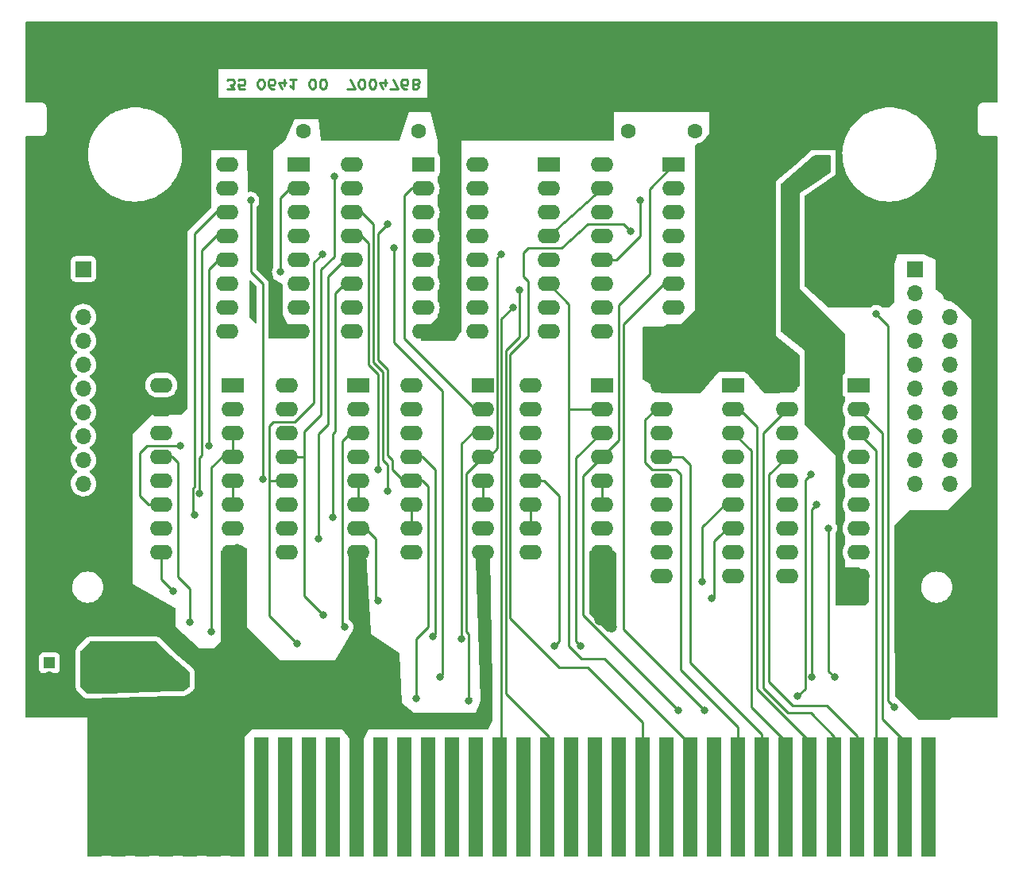
<source format=gbr>
%TF.GenerationSoftware,KiCad,Pcbnew,(6.0.7-1)-1*%
%TF.CreationDate,2022-10-12T18:13:29+11:00*%
%TF.ProjectId,CAT emulator,43415420-656d-4756-9c61-746f722e6b69,rev?*%
%TF.SameCoordinates,Original*%
%TF.FileFunction,Copper,L2,Bot*%
%TF.FilePolarity,Positive*%
%FSLAX46Y46*%
G04 Gerber Fmt 4.6, Leading zero omitted, Abs format (unit mm)*
G04 Created by KiCad (PCBNEW (6.0.7-1)-1) date 2022-10-12 18:13:29*
%MOMM*%
%LPD*%
G01*
G04 APERTURE LIST*
%ADD10C,0.250000*%
%TA.AperFunction,NonConductor*%
%ADD11C,0.250000*%
%TD*%
%TA.AperFunction,ComponentPad*%
%ADD12R,2.400000X1.600000*%
%TD*%
%TA.AperFunction,ComponentPad*%
%ADD13O,2.400000X1.600000*%
%TD*%
%TA.AperFunction,ComponentPad*%
%ADD14C,1.600000*%
%TD*%
%TA.AperFunction,ComponentPad*%
%ADD15R,1.700000X1.700000*%
%TD*%
%TA.AperFunction,ComponentPad*%
%ADD16O,1.700000X1.700000*%
%TD*%
%TA.AperFunction,ConnectorPad*%
%ADD17R,1.500000X12.700000*%
%TD*%
%TA.AperFunction,ComponentPad*%
%ADD18R,1.200000X1.200000*%
%TD*%
%TA.AperFunction,ComponentPad*%
%ADD19C,1.200000*%
%TD*%
%TA.AperFunction,ViaPad*%
%ADD20C,1.200000*%
%TD*%
%TA.AperFunction,ViaPad*%
%ADD21C,0.800000*%
%TD*%
%TA.AperFunction,Conductor*%
%ADD22C,0.250000*%
%TD*%
G04 APERTURE END LIST*
D10*
D11*
X178464857Y-47791619D02*
X179207714Y-47791619D01*
X178807714Y-47410666D01*
X178979142Y-47410666D01*
X179093428Y-47363047D01*
X179150571Y-47315428D01*
X179207714Y-47220190D01*
X179207714Y-46982095D01*
X179150571Y-46886857D01*
X179093428Y-46839238D01*
X178979142Y-46791619D01*
X178636285Y-46791619D01*
X178522000Y-46839238D01*
X178464857Y-46886857D01*
X180293428Y-47791619D02*
X179722000Y-47791619D01*
X179664857Y-47315428D01*
X179722000Y-47363047D01*
X179836285Y-47410666D01*
X180122000Y-47410666D01*
X180236285Y-47363047D01*
X180293428Y-47315428D01*
X180350571Y-47220190D01*
X180350571Y-46982095D01*
X180293428Y-46886857D01*
X180236285Y-46839238D01*
X180122000Y-46791619D01*
X179836285Y-46791619D01*
X179722000Y-46839238D01*
X179664857Y-46886857D01*
X182007714Y-47791619D02*
X182122000Y-47791619D01*
X182236285Y-47744000D01*
X182293428Y-47696380D01*
X182350571Y-47601142D01*
X182407714Y-47410666D01*
X182407714Y-47172571D01*
X182350571Y-46982095D01*
X182293428Y-46886857D01*
X182236285Y-46839238D01*
X182122000Y-46791619D01*
X182007714Y-46791619D01*
X181893428Y-46839238D01*
X181836285Y-46886857D01*
X181779142Y-46982095D01*
X181722000Y-47172571D01*
X181722000Y-47410666D01*
X181779142Y-47601142D01*
X181836285Y-47696380D01*
X181893428Y-47744000D01*
X182007714Y-47791619D01*
X183436285Y-47791619D02*
X183207714Y-47791619D01*
X183093428Y-47744000D01*
X183036285Y-47696380D01*
X182922000Y-47553523D01*
X182864857Y-47363047D01*
X182864857Y-46982095D01*
X182922000Y-46886857D01*
X182979142Y-46839238D01*
X183093428Y-46791619D01*
X183322000Y-46791619D01*
X183436285Y-46839238D01*
X183493428Y-46886857D01*
X183550571Y-46982095D01*
X183550571Y-47220190D01*
X183493428Y-47315428D01*
X183436285Y-47363047D01*
X183322000Y-47410666D01*
X183093428Y-47410666D01*
X182979142Y-47363047D01*
X182922000Y-47315428D01*
X182864857Y-47220190D01*
X184579142Y-47458285D02*
X184579142Y-46791619D01*
X184293428Y-47839238D02*
X184007714Y-47124952D01*
X184750571Y-47124952D01*
X185836285Y-46791619D02*
X185150571Y-46791619D01*
X185493428Y-46791619D02*
X185493428Y-47791619D01*
X185379142Y-47648761D01*
X185264857Y-47553523D01*
X185150571Y-47505904D01*
X187493428Y-47791619D02*
X187607714Y-47791619D01*
X187722000Y-47744000D01*
X187779142Y-47696380D01*
X187836285Y-47601142D01*
X187893428Y-47410666D01*
X187893428Y-47172571D01*
X187836285Y-46982095D01*
X187779142Y-46886857D01*
X187722000Y-46839238D01*
X187607714Y-46791619D01*
X187493428Y-46791619D01*
X187379142Y-46839238D01*
X187322000Y-46886857D01*
X187264857Y-46982095D01*
X187207714Y-47172571D01*
X187207714Y-47410666D01*
X187264857Y-47601142D01*
X187322000Y-47696380D01*
X187379142Y-47744000D01*
X187493428Y-47791619D01*
X188636285Y-47791619D02*
X188750571Y-47791619D01*
X188864857Y-47744000D01*
X188922000Y-47696380D01*
X188979142Y-47601142D01*
X189036285Y-47410666D01*
X189036285Y-47172571D01*
X188979142Y-46982095D01*
X188922000Y-46886857D01*
X188864857Y-46839238D01*
X188750571Y-46791619D01*
X188636285Y-46791619D01*
X188522000Y-46839238D01*
X188464857Y-46886857D01*
X188407714Y-46982095D01*
X188350571Y-47172571D01*
X188350571Y-47410666D01*
X188407714Y-47601142D01*
X188464857Y-47696380D01*
X188522000Y-47744000D01*
X188636285Y-47791619D01*
X191264857Y-47791619D02*
X192064857Y-47791619D01*
X191550571Y-46791619D01*
X192750571Y-47791619D02*
X192864857Y-47791619D01*
X192979142Y-47744000D01*
X193036285Y-47696380D01*
X193093428Y-47601142D01*
X193150571Y-47410666D01*
X193150571Y-47172571D01*
X193093428Y-46982095D01*
X193036285Y-46886857D01*
X192979142Y-46839238D01*
X192864857Y-46791619D01*
X192750571Y-46791619D01*
X192636285Y-46839238D01*
X192579142Y-46886857D01*
X192522000Y-46982095D01*
X192464857Y-47172571D01*
X192464857Y-47410666D01*
X192522000Y-47601142D01*
X192579142Y-47696380D01*
X192636285Y-47744000D01*
X192750571Y-47791619D01*
X193893428Y-47791619D02*
X194007714Y-47791619D01*
X194122000Y-47744000D01*
X194179142Y-47696380D01*
X194236285Y-47601142D01*
X194293428Y-47410666D01*
X194293428Y-47172571D01*
X194236285Y-46982095D01*
X194179142Y-46886857D01*
X194122000Y-46839238D01*
X194007714Y-46791619D01*
X193893428Y-46791619D01*
X193779142Y-46839238D01*
X193722000Y-46886857D01*
X193664857Y-46982095D01*
X193607714Y-47172571D01*
X193607714Y-47410666D01*
X193664857Y-47601142D01*
X193722000Y-47696380D01*
X193779142Y-47744000D01*
X193893428Y-47791619D01*
X195322000Y-47458285D02*
X195322000Y-46791619D01*
X195036285Y-47839238D02*
X194750571Y-47124952D01*
X195493428Y-47124952D01*
X195836285Y-47791619D02*
X196636285Y-47791619D01*
X196122000Y-46791619D01*
X197607714Y-47791619D02*
X197379142Y-47791619D01*
X197264857Y-47744000D01*
X197207714Y-47696380D01*
X197093428Y-47553523D01*
X197036285Y-47363047D01*
X197036285Y-46982095D01*
X197093428Y-46886857D01*
X197150571Y-46839238D01*
X197264857Y-46791619D01*
X197493428Y-46791619D01*
X197607714Y-46839238D01*
X197664857Y-46886857D01*
X197722000Y-46982095D01*
X197722000Y-47220190D01*
X197664857Y-47315428D01*
X197607714Y-47363047D01*
X197493428Y-47410666D01*
X197264857Y-47410666D01*
X197150571Y-47363047D01*
X197093428Y-47315428D01*
X197036285Y-47220190D01*
X198636285Y-47315428D02*
X198807714Y-47267809D01*
X198864857Y-47220190D01*
X198922000Y-47124952D01*
X198922000Y-46982095D01*
X198864857Y-46886857D01*
X198807714Y-46839238D01*
X198693428Y-46791619D01*
X198236285Y-46791619D01*
X198236285Y-47791619D01*
X198636285Y-47791619D01*
X198750571Y-47744000D01*
X198807714Y-47696380D01*
X198864857Y-47601142D01*
X198864857Y-47505904D01*
X198807714Y-47410666D01*
X198750571Y-47363047D01*
X198636285Y-47315428D01*
X198236285Y-47315428D01*
D12*
%TO.P,U5,1,Ea*%
%TO.N,GND*%
X205740000Y-79375000D03*
D13*
%TO.P,U5,2,S1*%
%TO.N,/1C5*%
X205740000Y-81915000D03*
%TO.P,U5,3,I3a*%
%TO.N,/BA3*%
X205740000Y-84455000D03*
%TO.P,U5,4,I2a*%
%TO.N,/BA10*%
X205740000Y-86995000D03*
%TO.P,U5,5,I1a*%
%TO.N,Net-(U16-Pad11)*%
X205740000Y-89535000D03*
%TO.P,U5,6,I0a*%
X205740000Y-92075000D03*
%TO.P,U5,7,Za*%
%TO.N,/MA3*%
X205740000Y-94615000D03*
%TO.P,U5,8,GND*%
%TO.N,GND*%
X205740000Y-97155000D03*
%TO.P,U5,9,Zb*%
%TO.N,/MA2*%
X198120000Y-97155000D03*
%TO.P,U5,10,I0b*%
%TO.N,Net-(U16-Pad12)*%
X198120000Y-94615000D03*
%TO.P,U5,11,I1b*%
X198120000Y-92075000D03*
%TO.P,U5,12,I2b*%
%TO.N,/BA9*%
X198120000Y-89535000D03*
%TO.P,U5,13,I3b*%
%TO.N,/BA2*%
X198120000Y-86995000D03*
%TO.P,U5,14,S0*%
%TO.N,/J4P7*%
X198120000Y-84455000D03*
%TO.P,U5,15,Eb*%
%TO.N,GND*%
X198120000Y-81915000D03*
%TO.P,U5,16,VCC*%
%TO.N,+5V*%
X198120000Y-79375000D03*
%TD*%
D12*
%TO.P,U16,1,~{MR}*%
%TO.N,+5V*%
X199405000Y-55895000D03*
D13*
%TO.P,U16,2,CP*%
%TO.N,/1C5*%
X199405000Y-58435000D03*
%TO.P,U16,3,D0*%
%TO.N,unconnected-(U16-Pad3)*%
X199405000Y-60975000D03*
%TO.P,U16,4,D1*%
%TO.N,unconnected-(U16-Pad4)*%
X199405000Y-63515000D03*
%TO.P,U16,5,D2*%
%TO.N,unconnected-(U16-Pad5)*%
X199405000Y-66055000D03*
%TO.P,U16,6,D3*%
%TO.N,unconnected-(U16-Pad6)*%
X199405000Y-68595000D03*
%TO.P,U16,7,CEP*%
%TO.N,+5V*%
X199405000Y-71135000D03*
%TO.P,U16,8,GND*%
%TO.N,GND*%
X199405000Y-73675000D03*
%TO.P,U16,9,~{PE}*%
%TO.N,+5V*%
X191785000Y-73675000D03*
%TO.P,U16,10,CET*%
X191785000Y-71135000D03*
%TO.P,U16,11,Q3*%
%TO.N,Net-(U16-Pad11)*%
X191785000Y-68595000D03*
%TO.P,U16,12,Q2*%
%TO.N,Net-(U16-Pad12)*%
X191785000Y-66055000D03*
%TO.P,U16,13,Q1*%
%TO.N,Net-(U16-Pad13)*%
X191785000Y-63515000D03*
%TO.P,U16,14,Q0*%
%TO.N,Net-(U16-Pad14)*%
X191785000Y-60975000D03*
%TO.P,U16,15,TC*%
%TO.N,unconnected-(U16-Pad15)*%
X191785000Y-58435000D03*
%TO.P,U16,16,VCC*%
%TO.N,+5V*%
X191785000Y-55895000D03*
%TD*%
D14*
%TO.P,C4,1*%
%TO.N,+5V*%
X186610000Y-52324000D03*
%TO.P,C4,2*%
%TO.N,GND*%
X181610000Y-52324000D03*
%TD*%
D12*
%TO.P,U9,1,~{G}*%
%TO.N,/~{G}*%
X232425000Y-79375000D03*
D13*
%TO.P,U9,2,D1*%
%TO.N,/BD4*%
X232425000Y-81915000D03*
%TO.P,U9,3,D2*%
%TO.N,/BD5*%
X232425000Y-84455000D03*
%TO.P,U9,4,~{W}*%
%TO.N,/~{W}*%
X232425000Y-86995000D03*
%TO.P,U9,5,~{RAS}*%
%TO.N,/~{RAS}*%
X232425000Y-89535000D03*
%TO.P,U9,6,A6*%
%TO.N,/MA6*%
X232425000Y-92075000D03*
%TO.P,U9,7,A5*%
%TO.N,/MA5*%
X232425000Y-94615000D03*
%TO.P,U9,8,A4*%
%TO.N,/MA4*%
X232425000Y-97155000D03*
%TO.P,U9,9,VDD*%
%TO.N,+5V*%
X232425000Y-99695000D03*
%TO.P,U9,10,A7*%
%TO.N,/MA7*%
X224805000Y-99695000D03*
%TO.P,U9,11,A3*%
%TO.N,/MA3*%
X224805000Y-97155000D03*
%TO.P,U9,12,A2*%
%TO.N,/MA2*%
X224805000Y-94615000D03*
%TO.P,U9,13,A1*%
%TO.N,/MA1*%
X224805000Y-92075000D03*
%TO.P,U9,14,A0*%
%TO.N,/MA0*%
X224805000Y-89535000D03*
%TO.P,U9,15,D3*%
%TO.N,/BD6*%
X224805000Y-86995000D03*
%TO.P,U9,16,~{CAS}*%
%TO.N,/~{CAS}*%
X224805000Y-84455000D03*
%TO.P,U9,17,D4*%
%TO.N,/BD7*%
X224805000Y-81915000D03*
%TO.P,U9,18,VSS*%
%TO.N,GND*%
X224805000Y-79375000D03*
%TD*%
D14*
%TO.P,C13,1*%
%TO.N,+5V*%
X241300000Y-56428000D03*
%TO.P,C13,2*%
%TO.N,GND*%
X241300000Y-61428000D03*
%TD*%
D15*
%TO.P,J2,1,Pin_1*%
%TO.N,+5V*%
X163150000Y-67000000D03*
D16*
%TO.P,J2,2,Pin_2*%
%TO.N,GND*%
X163150000Y-69540000D03*
%TO.P,J2,3,Pin_3*%
%TO.N,/pin30*%
X163150000Y-72080000D03*
%TO.P,J2,4,Pin_4*%
%TO.N,/BA12*%
X163150000Y-74620000D03*
%TO.P,J2,5,Pin_5*%
%TO.N,/BA13*%
X163150000Y-77160000D03*
%TO.P,J2,6,Pin_6*%
%TO.N,/BR{slash}~{W}*%
X163150000Y-79700000D03*
%TO.P,J2,7,Pin_7*%
%TO.N,/BA14*%
X163150000Y-82240000D03*
%TO.P,J2,8,Pin_8*%
%TO.N,/BA15*%
X163150000Y-84780000D03*
%TO.P,J2,9,Pin_9*%
%TO.N,/BA16*%
X163150000Y-87320000D03*
%TO.P,J2,10,Pin_10*%
%TO.N,/BA17*%
X163150000Y-89860000D03*
%TD*%
D12*
%TO.P,U1,1,A0*%
%TO.N,/BA8*%
X226075000Y-55895000D03*
D13*
%TO.P,U1,2,A1*%
%TO.N,/BA9*%
X226075000Y-58435000D03*
%TO.P,U1,3,A2*%
%TO.N,/BA10*%
X226075000Y-60975000D03*
%TO.P,U1,4,E1*%
%TO.N,/~{P10SEL}*%
X226075000Y-63515000D03*
%TO.P,U1,5,E2*%
%TO.N,/BA11*%
X226075000Y-66055000D03*
%TO.P,U1,6,E3*%
%TO.N,/BA7*%
X226075000Y-68595000D03*
%TO.P,U1,7,O7*%
%TO.N,unconnected-(U1-Pad7)*%
X226075000Y-71135000D03*
%TO.P,U1,8,GND*%
%TO.N,GND*%
X226075000Y-73675000D03*
%TO.P,U1,9,O6*%
%TO.N,unconnected-(U1-Pad9)*%
X218455000Y-73675000D03*
%TO.P,U1,10,O5*%
%TO.N,unconnected-(U1-Pad10)*%
X218455000Y-71135000D03*
%TO.P,U1,11,O4*%
%TO.N,unconnected-(U1-Pad11)*%
X218455000Y-68595000D03*
%TO.P,U1,12,O3*%
%TO.N,/J4P3*%
X218455000Y-66055000D03*
%TO.P,U1,13,O2*%
%TO.N,unconnected-(U1-Pad13)*%
X218455000Y-63515000D03*
%TO.P,U1,14,O1*%
%TO.N,unconnected-(U1-Pad14)*%
X218455000Y-60975000D03*
%TO.P,U1,15,O0*%
%TO.N,Net-(U1-Pad15)*%
X218455000Y-58435000D03*
%TO.P,U1,16,VCC*%
%TO.N,+5V*%
X218455000Y-55895000D03*
%TD*%
D14*
%TO.P,C9,1*%
%TO.N,+5V*%
X221194000Y-52310000D03*
%TO.P,C9,2*%
%TO.N,GND*%
X216194000Y-52310000D03*
%TD*%
D17*
%TO.P,J1,37,GND*%
%TO.N,GND*%
X164350000Y-123297500D03*
%TO.P,J1,38,GND*%
X166890000Y-123297500D03*
%TO.P,J1,39,GND*%
X169430000Y-123297500D03*
%TO.P,J1,40,GND*%
X171970000Y-123297500D03*
%TO.P,J1,41,GND*%
X174510000Y-123297500D03*
%TO.P,J1,42,GND*%
X177050000Y-123297500D03*
%TO.P,J1,43,GND*%
X179590000Y-123297500D03*
%TO.P,J1,44*%
%TO.N,unconnected-(J1-Pad44)*%
X182130000Y-123297500D03*
%TO.P,J1,45*%
%TO.N,unconnected-(J1-Pad45)*%
X184670000Y-123297500D03*
%TO.P,J1,46*%
%TO.N,unconnected-(J1-Pad46)*%
X187210000Y-123297500D03*
%TO.P,J1,47*%
%TO.N,unconnected-(J1-Pad47)*%
X189750000Y-123297500D03*
%TO.P,J1,48,GND*%
%TO.N,GND*%
X192290000Y-123297500D03*
%TO.P,J1,49*%
%TO.N,unconnected-(J1-Pad49)*%
X194830000Y-123297500D03*
%TO.P,J1,50*%
%TO.N,unconnected-(J1-Pad50)*%
X197370000Y-123297500D03*
%TO.P,J1,51*%
%TO.N,unconnected-(J1-Pad51)*%
X199910000Y-123297500D03*
%TO.P,J1,52*%
%TO.N,unconnected-(J1-Pad52)*%
X202450000Y-123297500D03*
%TO.P,J1,53*%
%TO.N,unconnected-(J1-Pad53)*%
X204990000Y-123297500D03*
%TO.P,J1,54,~{INH}*%
%TO.N,/~{INH}*%
X207530000Y-123297500D03*
%TO.P,J1,55*%
%TO.N,unconnected-(J1-Pad55)*%
X210070000Y-123297500D03*
%TO.P,J1,56,F4M*%
%TO.N,/F4M*%
X212610000Y-123297500D03*
%TO.P,J1,57*%
%TO.N,unconnected-(J1-Pad57)*%
X215150000Y-123297500D03*
%TO.P,J1,58*%
%TO.N,unconnected-(J1-Pad58)*%
X217690000Y-123297500D03*
%TO.P,J1,59*%
%TO.N,unconnected-(J1-Pad59)*%
X220230000Y-123297500D03*
%TO.P,J1,60,\u03C61*%
%TO.N,/\u03C61*%
X222770000Y-123297500D03*
%TO.P,J1,61*%
%TO.N,unconnected-(J1-Pad61)*%
X225310000Y-123297500D03*
%TO.P,J1,62,\u03C60*%
%TO.N,/1C5*%
X227850000Y-123297500D03*
%TO.P,J1,63*%
%TO.N,unconnected-(J1-Pad63)*%
X230390000Y-123297500D03*
%TO.P,J1,64,BD7*%
%TO.N,/BD7*%
X232930000Y-123297500D03*
%TO.P,J1,65,BD6*%
%TO.N,/BD6*%
X235470000Y-123297500D03*
%TO.P,J1,66,BD5*%
%TO.N,/BD5*%
X238010000Y-123297500D03*
%TO.P,J1,67,BD4*%
%TO.N,/BD4*%
X240550000Y-123297500D03*
%TO.P,J1,68,BD3*%
%TO.N,/BD3*%
X243150000Y-123297500D03*
%TO.P,J1,69,BD2*%
%TO.N,/BD2*%
X245630000Y-123297500D03*
%TO.P,J1,70,BD1*%
%TO.N,/BD1*%
X248170000Y-123297500D03*
%TO.P,J1,71,BD0*%
%TO.N,/BD0*%
X250710000Y-123297500D03*
%TO.P,J1,72*%
%TO.N,unconnected-(J1-Pad72)*%
X253250000Y-123297500D03*
%TD*%
D15*
%TO.P,J4,1,Pin_1*%
%TO.N,+5V*%
X251750000Y-67000000D03*
D16*
%TO.P,J4,2,Pin_2*%
X251750000Y-69540000D03*
%TO.P,J4,3,Pin_3*%
%TO.N,/J4P3*%
X251750000Y-72080000D03*
%TO.P,J4,4,Pin_4*%
%TO.N,/J4P4*%
X251750000Y-74620000D03*
%TO.P,J4,5,Pin_5*%
%TO.N,/~{INH}*%
X251750000Y-77160000D03*
%TO.P,J4,6,Pin_6*%
%TO.N,/1C5*%
X251750000Y-79700000D03*
%TO.P,J4,7,Pin_7*%
%TO.N,/J4P7*%
X251750000Y-82240000D03*
%TO.P,J4,8,Pin_8*%
%TO.N,/J4P8*%
X251750000Y-84780000D03*
%TO.P,J4,9,Pin_9*%
%TO.N,/BA3*%
X251750000Y-87320000D03*
%TO.P,J4,10,Pin_10*%
%TO.N,/BA1*%
X251750000Y-89860000D03*
%TD*%
D12*
%TO.P,U17,1,~{MR}*%
%TO.N,+5V*%
X186070000Y-55895000D03*
D13*
%TO.P,U17,2,CP*%
%TO.N,Net-(U16-Pad11)*%
X186070000Y-58435000D03*
%TO.P,U17,3,D0*%
%TO.N,unconnected-(U17-Pad3)*%
X186070000Y-60975000D03*
%TO.P,U17,4,D1*%
%TO.N,unconnected-(U17-Pad4)*%
X186070000Y-63515000D03*
%TO.P,U17,5,D2*%
%TO.N,unconnected-(U17-Pad5)*%
X186070000Y-66055000D03*
%TO.P,U17,6,D3*%
%TO.N,unconnected-(U17-Pad6)*%
X186070000Y-68595000D03*
%TO.P,U17,7,CEP*%
%TO.N,+5V*%
X186070000Y-71135000D03*
%TO.P,U17,8,GND*%
%TO.N,GND*%
X186070000Y-73675000D03*
%TO.P,U17,9,~{PE}*%
%TO.N,+5V*%
X178450000Y-73675000D03*
%TO.P,U17,10,CET*%
X178450000Y-71135000D03*
%TO.P,U17,11,Q3*%
%TO.N,Net-(U17-Pad11)*%
X178450000Y-68595000D03*
%TO.P,U17,12,Q2*%
%TO.N,Net-(U17-Pad12)*%
X178450000Y-66055000D03*
%TO.P,U17,13,Q1*%
%TO.N,Net-(U17-Pad13)*%
X178450000Y-63515000D03*
%TO.P,U17,14,Q0*%
%TO.N,Net-(U17-Pad14)*%
X178450000Y-60975000D03*
%TO.P,U17,15,TC*%
%TO.N,unconnected-(U17-Pad15)*%
X178450000Y-58435000D03*
%TO.P,U17,16,VCC*%
%TO.N,+5V*%
X178450000Y-55895000D03*
%TD*%
D12*
%TO.P,U8,1,~{G}*%
%TO.N,/~{G}*%
X245760000Y-79385000D03*
D13*
%TO.P,U8,2,D1*%
%TO.N,/BD0*%
X245760000Y-81925000D03*
%TO.P,U8,3,D2*%
%TO.N,/BD1*%
X245760000Y-84465000D03*
%TO.P,U8,4,~{W}*%
%TO.N,/~{W}*%
X245760000Y-87005000D03*
%TO.P,U8,5,~{RAS}*%
%TO.N,/~{RAS}*%
X245760000Y-89545000D03*
%TO.P,U8,6,A6*%
%TO.N,/MA6*%
X245760000Y-92085000D03*
%TO.P,U8,7,A5*%
%TO.N,/MA5*%
X245760000Y-94625000D03*
%TO.P,U8,8,A4*%
%TO.N,/MA4*%
X245760000Y-97165000D03*
%TO.P,U8,9,VDD*%
%TO.N,+5V*%
X245760000Y-99705000D03*
%TO.P,U8,10,A7*%
%TO.N,/MA7*%
X238140000Y-99705000D03*
%TO.P,U8,11,A3*%
%TO.N,/MA3*%
X238140000Y-97165000D03*
%TO.P,U8,12,A2*%
%TO.N,/MA2*%
X238140000Y-94625000D03*
%TO.P,U8,13,A1*%
%TO.N,/MA1*%
X238140000Y-92085000D03*
%TO.P,U8,14,A0*%
%TO.N,/MA0*%
X238140000Y-89545000D03*
%TO.P,U8,15,D3*%
%TO.N,/BD2*%
X238140000Y-87005000D03*
%TO.P,U8,16,~{CAS}*%
%TO.N,/~{CAS}*%
X238140000Y-84465000D03*
%TO.P,U8,17,D4*%
%TO.N,/BD3*%
X238140000Y-81925000D03*
%TO.P,U8,18,VSS*%
%TO.N,GND*%
X238140000Y-79385000D03*
%TD*%
D12*
%TO.P,U7,1,Ea*%
%TO.N,GND*%
X179070000Y-79375000D03*
D13*
%TO.P,U7,2,S1*%
%TO.N,/1C5*%
X179070000Y-81915000D03*
%TO.P,U7,3,I3a*%
%TO.N,/BA7*%
X179070000Y-84455000D03*
%TO.P,U7,4,I2a*%
X179070000Y-86995000D03*
%TO.P,U7,5,I1a*%
%TO.N,Net-(U17-Pad11)*%
X179070000Y-89535000D03*
%TO.P,U7,6,I0a*%
X179070000Y-92075000D03*
%TO.P,U7,7,Za*%
%TO.N,/MA7*%
X179070000Y-94615000D03*
%TO.P,U7,8,GND*%
%TO.N,GND*%
X179070000Y-97155000D03*
%TO.P,U7,9,Zb*%
%TO.N,/MA6*%
X171450000Y-97155000D03*
%TO.P,U7,10,I0b*%
%TO.N,Net-(U17-Pad12)*%
X171450000Y-94615000D03*
%TO.P,U7,11,I1b*%
X171450000Y-92075000D03*
%TO.P,U7,12,I2b*%
%TO.N,/BA13*%
X171450000Y-89535000D03*
%TO.P,U7,13,I3b*%
%TO.N,/BA6*%
X171450000Y-86995000D03*
%TO.P,U7,14,S0*%
%TO.N,/J4P7*%
X171450000Y-84455000D03*
%TO.P,U7,15,Eb*%
%TO.N,GND*%
X171450000Y-81915000D03*
%TO.P,U7,16,VCC*%
%TO.N,+5V*%
X171450000Y-79375000D03*
%TD*%
D12*
%TO.P,U6,1,Ea*%
%TO.N,GND*%
X192420000Y-79390000D03*
D13*
%TO.P,U6,2,S1*%
%TO.N,/1C5*%
X192420000Y-81930000D03*
%TO.P,U6,3,I3a*%
%TO.N,/BA5*%
X192420000Y-84470000D03*
%TO.P,U6,4,I2a*%
%TO.N,/J4P8*%
X192420000Y-87010000D03*
%TO.P,U6,5,I1a*%
%TO.N,Net-(U17-Pad13)*%
X192420000Y-89550000D03*
%TO.P,U6,6,I0a*%
X192420000Y-92090000D03*
%TO.P,U6,7,Za*%
%TO.N,/MA5*%
X192420000Y-94630000D03*
%TO.P,U6,8,GND*%
%TO.N,GND*%
X192420000Y-97170000D03*
%TO.P,U6,9,Zb*%
%TO.N,/MA4*%
X184800000Y-97170000D03*
%TO.P,U6,10,I0b*%
%TO.N,Net-(U17-Pad14)*%
X184800000Y-94630000D03*
%TO.P,U6,11,I1b*%
X184800000Y-92090000D03*
%TO.P,U6,12,I2b*%
%TO.N,/BA11*%
X184800000Y-89550000D03*
%TO.P,U6,13,I3b*%
%TO.N,/BA4*%
X184800000Y-87010000D03*
%TO.P,U6,14,S0*%
%TO.N,/J4P7*%
X184800000Y-84470000D03*
%TO.P,U6,15,Eb*%
%TO.N,GND*%
X184800000Y-81930000D03*
%TO.P,U6,16,VCC*%
%TO.N,+5V*%
X184800000Y-79390000D03*
%TD*%
D14*
%TO.P,C6,1*%
%TO.N,+5V*%
X198882000Y-52324000D03*
%TO.P,C6,2*%
%TO.N,GND*%
X193882000Y-52324000D03*
%TD*%
%TO.P,C11,1*%
%TO.N,+5V*%
X228346000Y-52324000D03*
%TO.P,C11,2*%
%TO.N,GND*%
X233346000Y-52324000D03*
%TD*%
%TO.P,C12,1*%
%TO.N,+5V*%
X241300000Y-73406000D03*
%TO.P,C12,2*%
%TO.N,GND*%
X241300000Y-68406000D03*
%TD*%
D12*
%TO.P,U4,1,Ea*%
%TO.N,GND*%
X218440000Y-79375000D03*
D13*
%TO.P,U4,2,S1*%
%TO.N,/1C5*%
X218440000Y-81915000D03*
%TO.P,U4,3,I3a*%
%TO.N,/BA1*%
X218440000Y-84455000D03*
%TO.P,U4,4,I2a*%
%TO.N,/BA8*%
X218440000Y-86995000D03*
%TO.P,U4,5,I1a*%
%TO.N,Net-(U16-Pad13)*%
X218440000Y-89535000D03*
%TO.P,U4,6,I0a*%
X218440000Y-92075000D03*
%TO.P,U4,7,Za*%
%TO.N,/MA1*%
X218440000Y-94615000D03*
%TO.P,U4,8,GND*%
%TO.N,GND*%
X218440000Y-97155000D03*
%TO.P,U4,9,Zb*%
%TO.N,/MA0*%
X210820000Y-97155000D03*
%TO.P,U4,10,I0b*%
%TO.N,Net-(U16-Pad14)*%
X210820000Y-94615000D03*
%TO.P,U4,11,I1b*%
X210820000Y-92075000D03*
%TO.P,U4,12,I2b*%
%TO.N,/BA0*%
X210820000Y-89535000D03*
%TO.P,U4,13,I3b*%
X210820000Y-86995000D03*
%TO.P,U4,14,S0*%
%TO.N,/J4P7*%
X210820000Y-84455000D03*
%TO.P,U4,15,Eb*%
%TO.N,GND*%
X210820000Y-81915000D03*
%TO.P,U4,16,VCC*%
%TO.N,+5V*%
X210820000Y-79375000D03*
%TD*%
D18*
%TO.P,C1,1*%
%TO.N,+5V*%
X159512000Y-108966000D03*
D19*
%TO.P,C1,2*%
%TO.N,GND*%
X159512000Y-110466000D03*
%TD*%
D15*
%TO.P,J3,1,Pin_1*%
%TO.N,GND*%
X255550000Y-67000000D03*
D16*
%TO.P,J3,2,Pin_2*%
X255550000Y-69540000D03*
%TO.P,J3,3,Pin_3*%
%TO.N,/J3P3*%
X255550000Y-72080000D03*
%TO.P,J3,4,Pin_4*%
%TO.N,/\u03C61*%
X255550000Y-74620000D03*
%TO.P,J3,5,Pin_5*%
%TO.N,/F4M*%
X255550000Y-77160000D03*
%TO.P,J3,6,Pin_6*%
%TO.N,/~{G}*%
X255550000Y-79700000D03*
%TO.P,J3,7,Pin_7*%
%TO.N,/~{CAS}*%
X255550000Y-82240000D03*
%TO.P,J3,8,Pin_8*%
%TO.N,/~{W}*%
X255550000Y-84780000D03*
%TO.P,J3,9,Pin_9*%
%TO.N,/~{RAS}*%
X255550000Y-87320000D03*
%TO.P,J3,10,Pin_10*%
%TO.N,/BA0*%
X255550000Y-89860000D03*
%TD*%
D12*
%TO.P,U2,1,A0*%
%TO.N,/BA4*%
X212740000Y-55895000D03*
D13*
%TO.P,U2,2,A1*%
%TO.N,/BA5*%
X212740000Y-58435000D03*
%TO.P,U2,3,A2*%
%TO.N,/BA6*%
X212740000Y-60975000D03*
%TO.P,U2,4,E1*%
%TO.N,Net-(U1-Pad15)*%
X212740000Y-63515000D03*
%TO.P,U2,5,E2*%
%TO.N,/J4P4*%
X212740000Y-66055000D03*
%TO.P,U2,6,E3*%
%TO.N,/1C5*%
X212740000Y-68595000D03*
%TO.P,U2,7,O7*%
%TO.N,unconnected-(U2-Pad7)*%
X212740000Y-71135000D03*
%TO.P,U2,8,GND*%
%TO.N,GND*%
X212740000Y-73675000D03*
%TO.P,U2,9,O6*%
%TO.N,unconnected-(U2-Pad9)*%
X205120000Y-73675000D03*
%TO.P,U2,10,O5*%
%TO.N,unconnected-(U2-Pad10)*%
X205120000Y-71135000D03*
%TO.P,U2,11,O4*%
%TO.N,unconnected-(U2-Pad11)*%
X205120000Y-68595000D03*
%TO.P,U2,12,O3*%
%TO.N,unconnected-(U2-Pad12)*%
X205120000Y-66055000D03*
%TO.P,U2,13,O2*%
%TO.N,unconnected-(U2-Pad13)*%
X205120000Y-63515000D03*
%TO.P,U2,14,O1*%
%TO.N,unconnected-(U2-Pad14)*%
X205120000Y-60975000D03*
%TO.P,U2,15,O0*%
%TO.N,/J3P3*%
X205120000Y-58435000D03*
%TO.P,U2,16,VCC*%
%TO.N,+5V*%
X205120000Y-55895000D03*
%TD*%
D20*
%TO.N,+5V*%
X170942000Y-108204000D03*
X173228000Y-110236000D03*
X163830000Y-108204000D03*
X244094000Y-100584000D03*
X163830000Y-110744000D03*
%TO.N,GND*%
X159004000Y-42418000D03*
X199390000Y-42418000D03*
X179832000Y-102616000D03*
X258445000Y-112395000D03*
X251460000Y-111760000D03*
X218186000Y-104394000D03*
X179324000Y-42418000D03*
X239268000Y-42418000D03*
X193040000Y-103886000D03*
X258826000Y-42164000D03*
X219456000Y-105156000D03*
X178562000Y-102616000D03*
X205994000Y-104902000D03*
X192024000Y-102870000D03*
D21*
X173228000Y-117475000D03*
D20*
X217932000Y-42418000D03*
X258445000Y-105410000D03*
X251460000Y-106680000D03*
X205740000Y-103378000D03*
D21*
%TO.N,/~{P10SEL}*%
X249555000Y-113665000D03*
X247650000Y-71755000D03*
%TO.N,/BA0*%
X213360000Y-107188000D03*
X242570000Y-94615000D03*
X243205000Y-110490000D03*
%TO.N,/BA1*%
X241300000Y-92075000D03*
X240792000Y-110490000D03*
X216154000Y-107188000D03*
%TO.N,/BA2*%
X200406000Y-106172000D03*
%TO.N,/BA3*%
X239268000Y-112522000D03*
X240665000Y-88900000D03*
X203454000Y-106426000D03*
%TO.N,/BA4*%
X189865000Y-57150000D03*
X188722000Y-103886000D03*
%TO.N,/BA5*%
X180975000Y-59690000D03*
X191008000Y-105156000D03*
X182245000Y-89408000D03*
%TO.N,/BA6*%
X196215000Y-64770000D03*
X201168000Y-110490000D03*
X174498000Y-104648000D03*
%TO.N,/BA7*%
X229362000Y-114046000D03*
X176784000Y-105664000D03*
%TO.N,/BA8*%
X226568000Y-114046000D03*
%TO.N,/BA9*%
X198628000Y-112776000D03*
X195580000Y-62230000D03*
%TO.N,/BA10*%
X204216000Y-113030000D03*
X207645000Y-65405000D03*
%TO.N,/BA11*%
X188595000Y-65405000D03*
X185928000Y-106934000D03*
%TO.N,/~{INH}*%
X208915000Y-71120000D03*
%TO.N,/F4M*%
X209621755Y-69215000D03*
%TO.N,/\u03C61*%
X221488000Y-62992000D03*
%TO.N,Net-(U16-Pad13)*%
X194564000Y-88392000D03*
%TO.N,Net-(U16-Pad14)*%
X195580000Y-90678000D03*
%TO.N,Net-(U16-Pad11)*%
X184150000Y-67310000D03*
X189738000Y-93472000D03*
%TO.N,Net-(U16-Pad12)*%
X188214000Y-95758000D03*
%TO.N,Net-(U17-Pad13)*%
X175514000Y-90932000D03*
%TO.N,/MA5*%
X230124000Y-102108000D03*
X194564000Y-102362000D03*
%TO.N,Net-(U17-Pad14)*%
X175006000Y-93218000D03*
%TO.N,/MA6*%
X172720000Y-101346000D03*
X229108000Y-100330000D03*
%TO.N,Net-(U17-Pad12)*%
X173482000Y-85852000D03*
X176530000Y-85852000D03*
%TO.N,/J4P3*%
X222504000Y-59690000D03*
%TD*%
D22*
%TO.N,/~{P10SEL}*%
X249555000Y-113665000D02*
X248920000Y-113030000D01*
X248920000Y-73025000D02*
X247650000Y-71755000D01*
X248920000Y-110490000D02*
X248920000Y-73025000D01*
X248920000Y-113030000D02*
X248920000Y-110490000D01*
%TO.N,/BA0*%
X213868000Y-91186000D02*
X212217000Y-89535000D01*
X213868000Y-106680000D02*
X213868000Y-91186000D01*
X213360000Y-107188000D02*
X213868000Y-106680000D01*
X242570000Y-109855000D02*
X243205000Y-110490000D01*
X212217000Y-89535000D02*
X210820000Y-89535000D01*
X242570000Y-94615000D02*
X242570000Y-109855000D01*
%TO.N,/BA1*%
X216154000Y-107188000D02*
X215646000Y-106680000D01*
X240792000Y-92583000D02*
X241300000Y-92075000D01*
X215646000Y-106680000D02*
X215646000Y-87122000D01*
X218313000Y-84455000D02*
X218440000Y-84455000D01*
X215646000Y-87122000D02*
X218313000Y-84455000D01*
X240792000Y-110490000D02*
X240792000Y-92583000D01*
%TO.N,/BA2*%
X200406000Y-106172000D02*
X200660000Y-105918000D01*
X199263000Y-86995000D02*
X198120000Y-86995000D01*
X200660000Y-105918000D02*
X200660000Y-88392000D01*
X200660000Y-88392000D02*
X199263000Y-86995000D01*
%TO.N,/BA3*%
X240067000Y-111723000D02*
X240067000Y-89498000D01*
X239268000Y-112522000D02*
X240067000Y-111723000D01*
X203454000Y-85598000D02*
X204597000Y-84455000D01*
X240067000Y-89498000D02*
X240665000Y-88900000D01*
X204597000Y-84455000D02*
X205740000Y-84455000D01*
X203454000Y-106426000D02*
X203454000Y-85598000D01*
%TO.N,/BA4*%
X188722000Y-103886000D02*
X186690000Y-101854000D01*
X186578000Y-87010000D02*
X186690000Y-87122000D01*
X189865000Y-65659000D02*
X189865000Y-57150000D01*
X184800000Y-87010000D02*
X186578000Y-87010000D01*
X186690000Y-87122000D02*
X186690000Y-84328000D01*
X186690000Y-101854000D02*
X186690000Y-87122000D01*
X188468000Y-82550000D02*
X188468000Y-67056000D01*
X188468000Y-67056000D02*
X189865000Y-65659000D01*
X186690000Y-84328000D02*
X188468000Y-82550000D01*
%TO.N,/BA5*%
X190754000Y-104902000D02*
X190754000Y-85344000D01*
X182245000Y-89408000D02*
X182245000Y-68580000D01*
X191008000Y-105156000D02*
X190754000Y-104902000D01*
X191628000Y-84470000D02*
X192420000Y-84470000D01*
X180975000Y-67310000D02*
X180975000Y-59690000D01*
X182245000Y-68580000D02*
X180975000Y-67310000D01*
X190754000Y-85344000D02*
X191628000Y-84470000D01*
%TO.N,/BA6*%
X201422000Y-80010000D02*
X196215000Y-74803000D01*
X174498000Y-104648000D02*
X174498000Y-101092000D01*
X172593000Y-86995000D02*
X171450000Y-86995000D01*
X174498000Y-101092000D02*
X173228000Y-99822000D01*
X173228000Y-99822000D02*
X173228000Y-87630000D01*
X196215000Y-74803000D02*
X196215000Y-64770000D01*
X201422000Y-110236000D02*
X201422000Y-80010000D01*
X173228000Y-87630000D02*
X172593000Y-86995000D01*
X201168000Y-110490000D02*
X201422000Y-110236000D01*
%TO.N,/BA7*%
X225029000Y-68595000D02*
X226075000Y-68595000D01*
X220726000Y-72898000D02*
X225029000Y-68595000D01*
X177927000Y-86995000D02*
X179070000Y-86995000D01*
X176784000Y-105664000D02*
X176784000Y-88138000D01*
X179070000Y-84455000D02*
X179070000Y-86995000D01*
X229362000Y-114046000D02*
X220726000Y-105410000D01*
X220726000Y-105410000D02*
X220726000Y-72898000D01*
X176784000Y-88138000D02*
X177927000Y-86995000D01*
%TO.N,/BA8*%
X220218000Y-85217000D02*
X220218000Y-70866000D01*
X223520000Y-58450000D02*
X226075000Y-55895000D01*
X223520000Y-67564000D02*
X223520000Y-58450000D01*
X226568000Y-114046000D02*
X216408000Y-103886000D01*
X220218000Y-70866000D02*
X223520000Y-67564000D01*
X216408000Y-89027000D02*
X218440000Y-86995000D01*
X216408000Y-103886000D02*
X216408000Y-89027000D01*
X218440000Y-86995000D02*
X220218000Y-85217000D01*
%TO.N,/BA9*%
X194564000Y-76708000D02*
X195580000Y-77724000D01*
X199898000Y-105156000D02*
X199898000Y-90170000D01*
X199263000Y-89535000D02*
X198120000Y-89535000D01*
X198628000Y-112776000D02*
X198628000Y-106426000D01*
X199898000Y-90170000D02*
X199263000Y-89535000D01*
X198628000Y-106426000D02*
X199898000Y-105156000D01*
X195580000Y-86868000D02*
X196088000Y-87376000D01*
X196088000Y-87376000D02*
X196088000Y-88392000D01*
X194564000Y-63246000D02*
X194564000Y-76708000D01*
X195580000Y-62230000D02*
X194564000Y-63246000D01*
X196088000Y-88392000D02*
X197231000Y-89535000D01*
X195580000Y-77724000D02*
X195580000Y-86868000D01*
X197231000Y-89535000D02*
X198120000Y-89535000D01*
%TO.N,/BA10*%
X204216000Y-113030000D02*
X204470000Y-112776000D01*
X207265000Y-86105000D02*
X206375000Y-86995000D01*
X203962000Y-105664000D02*
X203962000Y-88773000D01*
X207645000Y-65405000D02*
X207265000Y-65785000D01*
X204215000Y-105917000D02*
X203962000Y-105664000D01*
X206375000Y-86995000D02*
X205740000Y-86995000D01*
X204216000Y-113030000D02*
X204215000Y-113029000D01*
X203962000Y-88773000D02*
X205740000Y-86995000D01*
X207265000Y-65785000D02*
X207265000Y-86105000D01*
X204215000Y-113029000D02*
X204215000Y-105917000D01*
%TO.N,/BA11*%
X187706000Y-66294000D02*
X188595000Y-65405000D01*
X185674000Y-83312000D02*
X187706000Y-81280000D01*
X187706000Y-81280000D02*
X187706000Y-66294000D01*
X185928000Y-106934000D02*
X182970000Y-103976000D01*
X182970000Y-83730000D02*
X183388000Y-83312000D01*
X182970000Y-89572000D02*
X182970000Y-83730000D01*
X184800000Y-89550000D02*
X182992000Y-89550000D01*
X182970000Y-103976000D02*
X182970000Y-89572000D01*
X182992000Y-89550000D02*
X182970000Y-89572000D01*
X183388000Y-83312000D02*
X185674000Y-83312000D01*
%TO.N,/~{INH}*%
X208915000Y-71120000D02*
X207715000Y-72320000D01*
X207715000Y-123112500D02*
X207530000Y-123297500D01*
X207715000Y-72320000D02*
X207715000Y-123112500D01*
X207530000Y-117590000D02*
X207645000Y-117475000D01*
X207530000Y-123297500D02*
X207530000Y-117590000D01*
%TO.N,/F4M*%
X209621755Y-69215000D02*
X209640000Y-70431490D01*
X208165000Y-112280000D02*
X212725000Y-116840000D01*
X212725000Y-116840000D02*
X212610000Y-116955000D01*
X212610000Y-116955000D02*
X212610000Y-123297500D01*
X208165000Y-75680000D02*
X208165000Y-112280000D01*
X209640000Y-70431490D02*
X209640000Y-74205000D01*
X209640000Y-74205000D02*
X208165000Y-75680000D01*
%TO.N,/\u03C61*%
X213868000Y-109474000D02*
X208615000Y-104221000D01*
X208615000Y-104221000D02*
X208615000Y-76119000D01*
X214122000Y-64770000D02*
X216916000Y-62230000D01*
X210058000Y-65278000D02*
X210566000Y-64770000D01*
X216916000Y-62230000D02*
X220726000Y-62230000D01*
X210566000Y-68326000D02*
X210058000Y-67818000D01*
X210566000Y-74168000D02*
X210566000Y-68326000D01*
X220726000Y-62230000D02*
X221488000Y-62992000D01*
X208615000Y-76119000D02*
X210566000Y-74168000D01*
X210566000Y-64770000D02*
X214122000Y-64770000D01*
X210058000Y-67818000D02*
X210058000Y-65278000D01*
X222770000Y-123297500D02*
X222770000Y-115328000D01*
X216916000Y-109474000D02*
X213868000Y-109474000D01*
X222770000Y-115328000D02*
X216916000Y-109474000D01*
%TO.N,/1C5*%
X197358000Y-59182000D02*
X198105000Y-58435000D01*
X204851000Y-81915000D02*
X197358000Y-74422000D01*
X212740000Y-68595000D02*
X214884000Y-70739000D01*
X197358000Y-74422000D02*
X197358000Y-59182000D01*
X205740000Y-81915000D02*
X204851000Y-81915000D01*
X218652250Y-108499750D02*
X227850000Y-117697500D01*
X227850000Y-117697500D02*
X227850000Y-123297500D01*
X218440000Y-81915000D02*
X215011000Y-81915000D01*
X214884000Y-82042000D02*
X214884000Y-107188000D01*
X216195750Y-108499750D02*
X218652250Y-108499750D01*
X215011000Y-81915000D02*
X214884000Y-82042000D01*
X214884000Y-70739000D02*
X214884000Y-82042000D01*
X214884000Y-107188000D02*
X216195750Y-108499750D01*
X198105000Y-58435000D02*
X199405000Y-58435000D01*
%TO.N,/BD7*%
X224805000Y-81915000D02*
X224155000Y-81915000D01*
X226822000Y-109728000D02*
X232930000Y-115836000D01*
X224155000Y-81915000D02*
X223012000Y-83058000D01*
X223012000Y-87630000D02*
X223774000Y-88392000D01*
X226314000Y-88392000D02*
X226822000Y-88900000D01*
X223774000Y-88392000D02*
X226314000Y-88392000D01*
X232930000Y-115836000D02*
X232930000Y-123297500D01*
X226822000Y-88900000D02*
X226822000Y-109728000D01*
X223012000Y-83058000D02*
X223012000Y-87630000D01*
%TO.N,/BD6*%
X227838000Y-108966000D02*
X227838000Y-87884000D01*
X235470000Y-123297500D02*
X235470000Y-116598000D01*
X227838000Y-87884000D02*
X226949000Y-86995000D01*
X226949000Y-86995000D02*
X224805000Y-86995000D01*
X235470000Y-116598000D02*
X227838000Y-108966000D01*
%TO.N,/BD5*%
X234315000Y-86345000D02*
X232425000Y-84455000D01*
X238010000Y-123297500D02*
X238010000Y-117360000D01*
X238010000Y-117360000D02*
X234315000Y-113665000D01*
X232425000Y-84455000D02*
X233045000Y-84455000D01*
X234315000Y-113665000D02*
X234315000Y-86345000D01*
%TO.N,/BD4*%
X234950000Y-83820000D02*
X233045000Y-81915000D01*
X233045000Y-81915000D02*
X232425000Y-81915000D01*
X240550000Y-117360000D02*
X234950000Y-111760000D01*
X240550000Y-123297500D02*
X240550000Y-117360000D01*
X234950000Y-111760000D02*
X234950000Y-83820000D01*
%TO.N,/BD3*%
X235585000Y-111633000D02*
X235585000Y-84480000D01*
X238252000Y-114300000D02*
X235585000Y-111633000D01*
X243150000Y-116785000D02*
X240665000Y-114300000D01*
X243150000Y-123297500D02*
X243150000Y-116785000D01*
X235585000Y-84480000D02*
X238140000Y-81925000D01*
X240665000Y-114300000D02*
X238252000Y-114300000D01*
%TO.N,/BD2*%
X245630000Y-116725000D02*
X242406000Y-113501000D01*
X236220000Y-110998000D02*
X236220000Y-88925000D01*
X236220000Y-88925000D02*
X238140000Y-87005000D01*
X242406000Y-113501000D02*
X238723000Y-113501000D01*
X245630000Y-123297500D02*
X245630000Y-116725000D01*
X238723000Y-113501000D02*
X236220000Y-110998000D01*
%TO.N,/BD1*%
X245760000Y-84465000D02*
X245760000Y-84470000D01*
X247650000Y-122777500D02*
X248170000Y-123297500D01*
X245760000Y-84470000D02*
X247650000Y-86360000D01*
X247650000Y-86360000D02*
X247650000Y-122777500D01*
%TO.N,/BD0*%
X248285000Y-84450000D02*
X248285000Y-114935000D01*
X245760000Y-81925000D02*
X248285000Y-84450000D01*
X250710000Y-117360000D02*
X250710000Y-123297500D01*
X248285000Y-114935000D02*
X250710000Y-117360000D01*
%TO.N,Net-(U1-Pad15)*%
X218455000Y-58435000D02*
X212740000Y-63515000D01*
%TO.N,Net-(U16-Pad13)*%
X192801000Y-63515000D02*
X191785000Y-63515000D01*
X193548000Y-64262000D02*
X192801000Y-63515000D01*
X194564000Y-78232000D02*
X193548000Y-77216000D01*
X193548000Y-77216000D02*
X193548000Y-64262000D01*
X218440000Y-92075000D02*
X218440000Y-89535000D01*
X194564000Y-88392000D02*
X194564000Y-78232000D01*
%TO.N,Net-(U16-Pad14)*%
X195580000Y-87884000D02*
X195072000Y-87376000D01*
X195580000Y-90678000D02*
X195580000Y-87884000D01*
X194056000Y-76962000D02*
X194056000Y-62230000D01*
X194056000Y-62230000D02*
X192801000Y-60975000D01*
X195072000Y-87376000D02*
X195072000Y-77978000D01*
X210820000Y-94615000D02*
X210820000Y-92075000D01*
X195072000Y-77978000D02*
X194056000Y-76962000D01*
X192801000Y-60975000D02*
X191785000Y-60975000D01*
%TO.N,Net-(U16-Pad11)*%
X189738000Y-84582000D02*
X189738000Y-93472000D01*
X190993000Y-68595000D02*
X189992000Y-69596000D01*
X189992000Y-69596000D02*
X189992000Y-84328000D01*
X184150000Y-59436000D02*
X184150000Y-67310000D01*
X185151000Y-58435000D02*
X184658000Y-58928000D01*
X184658000Y-58928000D02*
X184150000Y-59436000D01*
X189992000Y-84328000D02*
X189738000Y-84582000D01*
X205740000Y-89535000D02*
X205740000Y-92075000D01*
X186070000Y-58435000D02*
X185151000Y-58435000D01*
X191785000Y-68595000D02*
X190993000Y-68595000D01*
%TO.N,Net-(U16-Pad12)*%
X190993000Y-66055000D02*
X189230000Y-67818000D01*
X188214000Y-84582000D02*
X188214000Y-95758000D01*
X189230000Y-67818000D02*
X189230000Y-83566000D01*
X198120000Y-94615000D02*
X198120000Y-92075000D01*
X189230000Y-83566000D02*
X188214000Y-84582000D01*
X191785000Y-66055000D02*
X190993000Y-66055000D01*
%TO.N,Net-(U17-Pad13)*%
X175768000Y-86868000D02*
X175514000Y-87122000D01*
X178450000Y-63515000D02*
X177277000Y-63515000D01*
X192420000Y-92090000D02*
X192420000Y-89550000D01*
X177277000Y-63515000D02*
X175768000Y-65024000D01*
X175514000Y-87122000D02*
X175514000Y-90932000D01*
X175768000Y-65024000D02*
X175768000Y-86868000D01*
%TO.N,/MA5*%
X232425000Y-94615000D02*
X231775000Y-94615000D01*
X230378000Y-96012000D02*
X230378000Y-102108000D01*
X230886000Y-95504000D02*
X230378000Y-96012000D01*
X194564000Y-102362000D02*
X194310000Y-102108000D01*
X230378000Y-102108000D02*
X230124000Y-102108000D01*
X231775000Y-94615000D02*
X230886000Y-95504000D01*
X193182000Y-94630000D02*
X192420000Y-94630000D01*
X194310000Y-102108000D02*
X194310000Y-95758000D01*
X194310000Y-95758000D02*
X193182000Y-94630000D01*
%TO.N,Net-(U17-Pad14)*%
X177277000Y-60975000D02*
X178450000Y-60975000D01*
X174789000Y-93001000D02*
X174789000Y-90387000D01*
X175006000Y-93218000D02*
X174789000Y-93001000D01*
X175006000Y-63246000D02*
X177277000Y-60975000D01*
X174789000Y-90387000D02*
X175006000Y-90170000D01*
X175006000Y-90170000D02*
X175006000Y-63246000D01*
%TO.N,Net-(U17-Pad11)*%
X179070000Y-89535000D02*
X179070000Y-92075000D01*
%TO.N,/MA6*%
X229108000Y-94488000D02*
X229108000Y-100330000D01*
X171450000Y-100076000D02*
X172720000Y-101346000D01*
X231521000Y-92075000D02*
X229108000Y-94488000D01*
X232425000Y-92075000D02*
X231521000Y-92075000D01*
X171450000Y-97155000D02*
X171450000Y-100076000D01*
%TO.N,Net-(U17-Pad12)*%
X177531000Y-66055000D02*
X177038000Y-66548000D01*
X171450000Y-92075000D02*
X170053000Y-92075000D01*
X170053000Y-92075000D02*
X169672000Y-91694000D01*
X178450000Y-66055000D02*
X177531000Y-66055000D01*
X169164000Y-86614000D02*
X169926000Y-85852000D01*
X169164000Y-87122000D02*
X169164000Y-86614000D01*
X169164000Y-91186000D02*
X169164000Y-87122000D01*
X177038000Y-66548000D02*
X176530000Y-67056000D01*
X176530000Y-67056000D02*
X176530000Y-85852000D01*
X169926000Y-85852000D02*
X173482000Y-85852000D01*
X169672000Y-91694000D02*
X169164000Y-91186000D01*
%TO.N,/J4P3*%
X219949000Y-66055000D02*
X218455000Y-66055000D01*
X222504000Y-59690000D02*
X222504000Y-63500000D01*
X222504000Y-63500000D02*
X219949000Y-66055000D01*
%TD*%
%TA.AperFunction,Conductor*%
%TO.N,GND*%
G36*
X219725931Y-97048002D02*
G01*
X219746905Y-97064905D01*
X219927095Y-97245095D01*
X219961121Y-97307407D01*
X219964000Y-97334190D01*
X219964000Y-105103810D01*
X219943998Y-105171931D01*
X219927095Y-105192905D01*
X219492905Y-105627095D01*
X219430593Y-105661121D01*
X219403810Y-105664000D01*
X219134095Y-105664000D01*
X219065974Y-105643998D01*
X219045000Y-105627095D01*
X217078405Y-103660500D01*
X217044379Y-103598188D01*
X217041500Y-103571405D01*
X217041500Y-97208690D01*
X217061502Y-97140569D01*
X217078405Y-97119595D01*
X217133095Y-97064905D01*
X217195407Y-97030879D01*
X217222190Y-97028000D01*
X219657810Y-97028000D01*
X219725931Y-97048002D01*
G37*
%TD.AperFunction*%
%TD*%
%TA.AperFunction,Conductor*%
%TO.N,+5V*%
G36*
X242766121Y-54884002D02*
G01*
X242812614Y-54937658D01*
X242824000Y-54990000D01*
X242824000Y-56575982D01*
X242803998Y-56644103D01*
X242769720Y-56679578D01*
X240905847Y-57969952D01*
X239522000Y-58928000D01*
X239522000Y-69088000D01*
X244311095Y-73877095D01*
X244345121Y-73939407D01*
X244348000Y-73966190D01*
X244348000Y-78045348D01*
X244327998Y-78113469D01*
X244297565Y-78146174D01*
X244196739Y-78221739D01*
X244109385Y-78338295D01*
X244058255Y-78474684D01*
X244051500Y-78536866D01*
X244051500Y-80233134D01*
X244058255Y-80295316D01*
X244109385Y-80431705D01*
X244196739Y-80548261D01*
X244203919Y-80553642D01*
X244297565Y-80623826D01*
X244340080Y-80680685D01*
X244348000Y-80724652D01*
X244348000Y-81049258D01*
X244325213Y-81121529D01*
X244222477Y-81268251D01*
X244220154Y-81273233D01*
X244220151Y-81273238D01*
X244128039Y-81470775D01*
X244125716Y-81475757D01*
X244066457Y-81696913D01*
X244046502Y-81925000D01*
X244066457Y-82153087D01*
X244125716Y-82374243D01*
X244128039Y-82379224D01*
X244128039Y-82379225D01*
X244220151Y-82576762D01*
X244220154Y-82576767D01*
X244222477Y-82581749D01*
X244225633Y-82586256D01*
X244225634Y-82586258D01*
X244325213Y-82728471D01*
X244348000Y-82800742D01*
X244348000Y-83589258D01*
X244325213Y-83661529D01*
X244222477Y-83808251D01*
X244220154Y-83813233D01*
X244220151Y-83813238D01*
X244128039Y-84010775D01*
X244125716Y-84015757D01*
X244124294Y-84021065D01*
X244124293Y-84021067D01*
X244067881Y-84231598D01*
X244066457Y-84236913D01*
X244046502Y-84465000D01*
X244066457Y-84693087D01*
X244125716Y-84914243D01*
X244128039Y-84919224D01*
X244128039Y-84919225D01*
X244220151Y-85116762D01*
X244220154Y-85116767D01*
X244222477Y-85121749D01*
X244225633Y-85126256D01*
X244225634Y-85126258D01*
X244325213Y-85268471D01*
X244348000Y-85340742D01*
X244348000Y-86129258D01*
X244325213Y-86201529D01*
X244222477Y-86348251D01*
X244220154Y-86353233D01*
X244220151Y-86353238D01*
X244188977Y-86420092D01*
X244125716Y-86555757D01*
X244124294Y-86561065D01*
X244124293Y-86561067D01*
X244081999Y-86718910D01*
X244066457Y-86776913D01*
X244046502Y-87005000D01*
X244066457Y-87233087D01*
X244125716Y-87454243D01*
X244128039Y-87459224D01*
X244128039Y-87459225D01*
X244220151Y-87656762D01*
X244220154Y-87656767D01*
X244222477Y-87661749D01*
X244225633Y-87666256D01*
X244225634Y-87666258D01*
X244325213Y-87808471D01*
X244348000Y-87880742D01*
X244348000Y-88669258D01*
X244325213Y-88741529D01*
X244222477Y-88888251D01*
X244220154Y-88893233D01*
X244220151Y-88893238D01*
X244216998Y-88900000D01*
X244125716Y-89095757D01*
X244066457Y-89316913D01*
X244046502Y-89545000D01*
X244066457Y-89773087D01*
X244125716Y-89994243D01*
X244128039Y-89999224D01*
X244128039Y-89999225D01*
X244220151Y-90196762D01*
X244220154Y-90196767D01*
X244222477Y-90201749D01*
X244225633Y-90206256D01*
X244225634Y-90206258D01*
X244325213Y-90348471D01*
X244348000Y-90420742D01*
X244348000Y-91209258D01*
X244325213Y-91281529D01*
X244244966Y-91396134D01*
X244222477Y-91428251D01*
X244220154Y-91433233D01*
X244220151Y-91433238D01*
X244171274Y-91538056D01*
X244125716Y-91635757D01*
X244066457Y-91856913D01*
X244046502Y-92085000D01*
X244066457Y-92313087D01*
X244125716Y-92534243D01*
X244128039Y-92539224D01*
X244128039Y-92539225D01*
X244220151Y-92736762D01*
X244220154Y-92736767D01*
X244222477Y-92741749D01*
X244225633Y-92746256D01*
X244225634Y-92746258D01*
X244325213Y-92888471D01*
X244348000Y-92960742D01*
X244348000Y-93749258D01*
X244325213Y-93821529D01*
X244244966Y-93936134D01*
X244222477Y-93968251D01*
X244220154Y-93973233D01*
X244220151Y-93973238D01*
X244171274Y-94078056D01*
X244125716Y-94175757D01*
X244066457Y-94396913D01*
X244046502Y-94625000D01*
X244066457Y-94853087D01*
X244067881Y-94858400D01*
X244067881Y-94858402D01*
X244103754Y-94992279D01*
X244125716Y-95074243D01*
X244128039Y-95079224D01*
X244128039Y-95079225D01*
X244220151Y-95276762D01*
X244220154Y-95276767D01*
X244222477Y-95281749D01*
X244225633Y-95286256D01*
X244225634Y-95286258D01*
X244325213Y-95428471D01*
X244348000Y-95500742D01*
X244348000Y-96289258D01*
X244325213Y-96361529D01*
X244222477Y-96508251D01*
X244220154Y-96513233D01*
X244220151Y-96513238D01*
X244128039Y-96710775D01*
X244125716Y-96715757D01*
X244066457Y-96936913D01*
X244046502Y-97165000D01*
X244066457Y-97393087D01*
X244125716Y-97614243D01*
X244128039Y-97619224D01*
X244128039Y-97619225D01*
X244220151Y-97816762D01*
X244220154Y-97816767D01*
X244222477Y-97821749D01*
X244225633Y-97826256D01*
X244225634Y-97826258D01*
X244325213Y-97968471D01*
X244348000Y-98040742D01*
X244348000Y-98806000D01*
X245819810Y-98806000D01*
X245887931Y-98826002D01*
X245908905Y-98842905D01*
X246851095Y-99785095D01*
X246885121Y-99847407D01*
X246888000Y-99874190D01*
X246888000Y-102309810D01*
X246867998Y-102377931D01*
X246851095Y-102398905D01*
X246416905Y-102833095D01*
X246354593Y-102867121D01*
X246327810Y-102870000D01*
X243458000Y-102870000D01*
X243389879Y-102849998D01*
X243343386Y-102796342D01*
X243332000Y-102744000D01*
X243332000Y-95145937D01*
X243348881Y-95082937D01*
X243356967Y-95068933D01*
X243404527Y-94986556D01*
X243463542Y-94804928D01*
X243483504Y-94615000D01*
X243463542Y-94425072D01*
X243404527Y-94243444D01*
X243348881Y-94147062D01*
X243332000Y-94084063D01*
X243332000Y-86868000D01*
X240066905Y-83602905D01*
X240032879Y-83540593D01*
X240030000Y-83513810D01*
X240030000Y-75692000D01*
X240021994Y-75685595D01*
X240021993Y-75685594D01*
X237537288Y-73697830D01*
X237496590Y-73639657D01*
X237490000Y-73599441D01*
X237490000Y-57969952D01*
X237510002Y-57901831D01*
X237534000Y-57874286D01*
X240899000Y-54990000D01*
X241010611Y-54894334D01*
X241075349Y-54865188D01*
X241092610Y-54864000D01*
X242698000Y-54864000D01*
X242766121Y-54884002D01*
G37*
%TD.AperFunction*%
%TD*%
%TA.AperFunction,Conductor*%
%TO.N,+5V*%
G36*
X170957931Y-106700002D02*
G01*
X170978905Y-106716905D01*
X172466000Y-108204000D01*
X172467564Y-108205368D01*
X172467572Y-108205376D01*
X174454972Y-109944351D01*
X174493066Y-110004262D01*
X174498000Y-110039176D01*
X174498000Y-111438567D01*
X174477998Y-111506688D01*
X174441892Y-111543405D01*
X173767743Y-111992838D01*
X173697851Y-112014000D01*
X172466000Y-112014000D01*
X172465173Y-112014024D01*
X172465146Y-112014024D01*
X165593591Y-112210355D01*
X163630289Y-112266449D01*
X163561624Y-112248400D01*
X163537595Y-112229595D01*
X162850905Y-111542905D01*
X162816879Y-111480593D01*
X162814000Y-111453810D01*
X162814000Y-107748190D01*
X162834002Y-107680069D01*
X162850905Y-107659095D01*
X163793095Y-106716905D01*
X163855407Y-106682879D01*
X163882190Y-106680000D01*
X170889810Y-106680000D01*
X170957931Y-106700002D01*
G37*
%TD.AperFunction*%
%TD*%
%TA.AperFunction,Conductor*%
%TO.N,GND*%
G36*
X260546121Y-40660002D02*
G01*
X260592614Y-40713658D01*
X260604000Y-40766000D01*
X260604000Y-49165500D01*
X260583998Y-49233621D01*
X260530342Y-49280114D01*
X260478000Y-49291500D01*
X259008623Y-49291500D01*
X259007853Y-49291498D01*
X259007037Y-49291493D01*
X258930279Y-49291024D01*
X258907918Y-49297415D01*
X258901847Y-49299150D01*
X258885085Y-49302728D01*
X258855813Y-49306920D01*
X258847645Y-49310634D01*
X258847644Y-49310634D01*
X258832438Y-49317548D01*
X258814914Y-49323996D01*
X258790229Y-49331051D01*
X258782635Y-49335843D01*
X258782632Y-49335844D01*
X258765220Y-49346830D01*
X258750137Y-49354969D01*
X258723218Y-49367208D01*
X258716416Y-49373069D01*
X258703765Y-49383970D01*
X258688761Y-49395073D01*
X258667042Y-49408776D01*
X258661103Y-49415501D01*
X258661099Y-49415504D01*
X258647468Y-49430938D01*
X258635276Y-49442982D01*
X258619673Y-49456427D01*
X258619671Y-49456430D01*
X258612873Y-49462287D01*
X258607993Y-49469816D01*
X258607992Y-49469817D01*
X258598906Y-49483835D01*
X258587615Y-49498709D01*
X258576569Y-49511217D01*
X258570622Y-49517951D01*
X258564312Y-49531391D01*
X258558058Y-49544711D01*
X258549737Y-49559691D01*
X258538529Y-49576983D01*
X258538527Y-49576988D01*
X258533648Y-49584515D01*
X258531078Y-49593108D01*
X258531076Y-49593113D01*
X258526289Y-49609120D01*
X258519628Y-49626564D01*
X258512533Y-49641676D01*
X258508719Y-49649800D01*
X258507338Y-49658667D01*
X258507338Y-49658668D01*
X258504170Y-49679015D01*
X258500387Y-49695732D01*
X258494485Y-49715466D01*
X258494484Y-49715472D01*
X258491914Y-49724066D01*
X258491859Y-49733037D01*
X258491859Y-49733038D01*
X258491704Y-49758497D01*
X258491671Y-49759289D01*
X258491500Y-49760386D01*
X258491500Y-49791377D01*
X258491498Y-49792147D01*
X258491024Y-49869721D01*
X258491408Y-49871065D01*
X258491500Y-49872410D01*
X258491500Y-52291377D01*
X258491498Y-52292147D01*
X258491024Y-52369721D01*
X258493491Y-52378352D01*
X258499150Y-52398153D01*
X258502728Y-52414915D01*
X258506920Y-52444187D01*
X258510634Y-52452355D01*
X258510634Y-52452356D01*
X258517548Y-52467562D01*
X258523996Y-52485086D01*
X258531051Y-52509771D01*
X258535843Y-52517365D01*
X258535844Y-52517368D01*
X258546830Y-52534780D01*
X258554969Y-52549863D01*
X258567208Y-52576782D01*
X258573069Y-52583584D01*
X258583970Y-52596235D01*
X258595073Y-52611239D01*
X258608776Y-52632958D01*
X258615501Y-52638897D01*
X258615504Y-52638901D01*
X258630938Y-52652532D01*
X258642982Y-52664724D01*
X258656427Y-52680327D01*
X258656430Y-52680329D01*
X258662287Y-52687127D01*
X258669816Y-52692007D01*
X258669817Y-52692008D01*
X258683835Y-52701094D01*
X258698709Y-52712385D01*
X258711217Y-52723431D01*
X258717951Y-52729378D01*
X258744711Y-52741942D01*
X258759691Y-52750263D01*
X258776983Y-52761471D01*
X258776988Y-52761473D01*
X258784515Y-52766352D01*
X258793108Y-52768922D01*
X258793113Y-52768924D01*
X258809120Y-52773711D01*
X258826564Y-52780372D01*
X258841676Y-52787467D01*
X258841678Y-52787468D01*
X258849800Y-52791281D01*
X258858667Y-52792662D01*
X258858668Y-52792662D01*
X258861353Y-52793080D01*
X258879017Y-52795830D01*
X258895732Y-52799613D01*
X258915466Y-52805515D01*
X258915472Y-52805516D01*
X258924066Y-52808086D01*
X258933037Y-52808141D01*
X258933038Y-52808141D01*
X258943097Y-52808202D01*
X258958506Y-52808296D01*
X258959289Y-52808329D01*
X258960386Y-52808500D01*
X258991377Y-52808500D01*
X258992147Y-52808502D01*
X259065785Y-52808952D01*
X259065786Y-52808952D01*
X259069721Y-52808976D01*
X259071065Y-52808592D01*
X259072410Y-52808500D01*
X260478000Y-52808500D01*
X260546121Y-52828502D01*
X260592614Y-52882158D01*
X260604000Y-52934500D01*
X260604000Y-114665500D01*
X260583998Y-114733621D01*
X260530342Y-114780114D01*
X260478000Y-114791500D01*
X255908623Y-114791500D01*
X255907853Y-114791498D01*
X255907037Y-114791493D01*
X255830279Y-114791024D01*
X255807918Y-114797415D01*
X255801847Y-114799150D01*
X255785085Y-114802728D01*
X255755813Y-114806920D01*
X255747645Y-114810634D01*
X255747644Y-114810634D01*
X255732438Y-114817548D01*
X255714914Y-114823996D01*
X255690229Y-114831051D01*
X255682635Y-114835843D01*
X255682632Y-114835844D01*
X255665220Y-114846830D01*
X255650137Y-114854969D01*
X255623218Y-114867208D01*
X255616416Y-114873069D01*
X255603765Y-114883970D01*
X255588761Y-114895073D01*
X255567042Y-114908776D01*
X255561103Y-114915501D01*
X255561099Y-114915504D01*
X255547468Y-114930938D01*
X255535276Y-114942982D01*
X255519673Y-114956427D01*
X255519671Y-114956430D01*
X255512873Y-114962287D01*
X255507993Y-114969816D01*
X255507992Y-114969817D01*
X255498906Y-114983835D01*
X255487615Y-114998709D01*
X255470622Y-115017950D01*
X255468107Y-115015729D01*
X255426422Y-115051129D01*
X255375224Y-115062000D01*
X252274190Y-115062000D01*
X252206069Y-115041998D01*
X252185095Y-115025095D01*
X250313834Y-113153834D01*
X250300994Y-113138802D01*
X250297342Y-113133776D01*
X250294040Y-113128056D01*
X250289621Y-113123148D01*
X250289618Y-113123144D01*
X250170675Y-112991045D01*
X250170674Y-112991044D01*
X250166253Y-112986134D01*
X250100698Y-112938505D01*
X250085666Y-112925666D01*
X249718173Y-112558173D01*
X249684147Y-112495861D01*
X249681280Y-112470852D01*
X249553512Y-103399352D01*
X249553500Y-103397578D01*
X249553500Y-100900000D01*
X252436372Y-100900000D01*
X252456854Y-101160249D01*
X252458008Y-101165056D01*
X252458009Y-101165062D01*
X252495008Y-101319169D01*
X252517796Y-101414089D01*
X252519689Y-101418660D01*
X252519690Y-101418662D01*
X252526176Y-101434319D01*
X252617697Y-101655271D01*
X252754097Y-101877856D01*
X252923637Y-102076363D01*
X253122144Y-102245903D01*
X253344729Y-102382303D01*
X253349299Y-102384196D01*
X253349303Y-102384198D01*
X253579518Y-102479556D01*
X253585911Y-102482204D01*
X253674931Y-102503576D01*
X253834938Y-102541991D01*
X253834944Y-102541992D01*
X253839751Y-102543146D01*
X254100000Y-102563628D01*
X254360249Y-102543146D01*
X254365056Y-102541992D01*
X254365062Y-102541991D01*
X254525069Y-102503576D01*
X254614089Y-102482204D01*
X254620482Y-102479556D01*
X254850697Y-102384198D01*
X254850701Y-102384196D01*
X254855271Y-102382303D01*
X255077856Y-102245903D01*
X255276363Y-102076363D01*
X255445903Y-101877856D01*
X255582303Y-101655271D01*
X255673825Y-101434319D01*
X255680310Y-101418662D01*
X255680311Y-101418660D01*
X255682204Y-101414089D01*
X255704992Y-101319169D01*
X255741991Y-101165062D01*
X255741992Y-101165056D01*
X255743146Y-101160249D01*
X255763628Y-100900000D01*
X255743146Y-100639751D01*
X255741992Y-100634944D01*
X255741991Y-100634938D01*
X255701759Y-100467362D01*
X255682204Y-100385911D01*
X255675377Y-100369428D01*
X255584198Y-100149303D01*
X255584196Y-100149299D01*
X255582303Y-100144729D01*
X255445903Y-99922144D01*
X255276363Y-99723637D01*
X255077856Y-99554097D01*
X254855271Y-99417697D01*
X254850701Y-99415804D01*
X254850697Y-99415802D01*
X254618662Y-99319690D01*
X254618660Y-99319689D01*
X254614089Y-99317796D01*
X254525069Y-99296424D01*
X254365062Y-99258009D01*
X254365056Y-99258008D01*
X254360249Y-99256854D01*
X254100000Y-99236372D01*
X253839751Y-99256854D01*
X253834944Y-99258008D01*
X253834938Y-99258009D01*
X253674931Y-99296424D01*
X253585911Y-99317796D01*
X253581340Y-99319689D01*
X253581338Y-99319690D01*
X253349303Y-99415802D01*
X253349299Y-99415804D01*
X253344729Y-99417697D01*
X253122144Y-99554097D01*
X252923637Y-99723637D01*
X252754097Y-99922144D01*
X252617697Y-100144729D01*
X252615804Y-100149299D01*
X252615802Y-100149303D01*
X252524623Y-100369428D01*
X252517796Y-100385911D01*
X252498241Y-100467362D01*
X252458009Y-100634938D01*
X252458008Y-100634944D01*
X252456854Y-100639751D01*
X252443264Y-100812436D01*
X252436901Y-100893282D01*
X252436899Y-100893282D01*
X252436900Y-100893290D01*
X252436372Y-100900000D01*
X249553500Y-100900000D01*
X249553500Y-94414690D01*
X249573502Y-94346569D01*
X249590405Y-94325595D01*
X251169095Y-92746905D01*
X251231407Y-92712879D01*
X251258190Y-92710000D01*
X255270000Y-92710000D01*
X257810000Y-90170000D01*
X257810000Y-72390000D01*
X256540000Y-71120000D01*
X256536426Y-71117320D01*
X256536422Y-71117316D01*
X254050400Y-69252800D01*
X254007905Y-69195926D01*
X254000000Y-69152000D01*
X254000000Y-66040000D01*
X252730000Y-65405000D01*
X249936000Y-65405000D01*
X249848630Y-65696233D01*
X249604733Y-66509225D01*
X249555000Y-66675000D01*
X249555000Y-70551441D01*
X249534998Y-70619562D01*
X249507712Y-70649830D01*
X248954514Y-71092389D01*
X248888825Y-71119325D01*
X248875802Y-71120000D01*
X248356848Y-71120000D01*
X248288727Y-71099998D01*
X248271031Y-71084955D01*
X248270577Y-71085459D01*
X248265675Y-71081046D01*
X248261253Y-71076134D01*
X248106752Y-70963882D01*
X248100724Y-70961198D01*
X248100722Y-70961197D01*
X247938319Y-70888891D01*
X247938318Y-70888891D01*
X247932288Y-70886206D01*
X247838888Y-70866353D01*
X247751944Y-70847872D01*
X247751939Y-70847872D01*
X247745487Y-70846500D01*
X247554513Y-70846500D01*
X247548061Y-70847872D01*
X247548056Y-70847872D01*
X247461112Y-70866353D01*
X247367712Y-70886206D01*
X247361682Y-70888891D01*
X247361681Y-70888891D01*
X247199278Y-70961197D01*
X247199276Y-70961198D01*
X247193248Y-70963882D01*
X247038747Y-71076134D01*
X247034325Y-71081046D01*
X247029423Y-71085459D01*
X247027910Y-71083778D01*
X246976351Y-71115548D01*
X246943152Y-71120000D01*
X242618351Y-71120000D01*
X242550230Y-71099998D01*
X242534061Y-71087655D01*
X242516946Y-71072251D01*
X240077210Y-68876489D01*
X240039957Y-68816051D01*
X240035500Y-68782834D01*
X240035500Y-59263068D01*
X240055502Y-59194947D01*
X240089780Y-59159472D01*
X243059454Y-57103543D01*
X243059456Y-57103541D01*
X243062009Y-57101774D01*
X243138996Y-57036394D01*
X243150124Y-57024878D01*
X243169011Y-57008838D01*
X243332000Y-56896000D01*
X243332000Y-56623250D01*
X243333282Y-56605318D01*
X243336861Y-56580427D01*
X243336861Y-56580426D01*
X243337500Y-56575982D01*
X243337500Y-54990000D01*
X243332722Y-54945555D01*
X243332000Y-54932087D01*
X243332000Y-54668761D01*
X244038170Y-54668761D01*
X244039554Y-54744270D01*
X244046345Y-55114803D01*
X244046644Y-55117578D01*
X244088838Y-55509162D01*
X244094138Y-55558353D01*
X244094683Y-55561094D01*
X244094684Y-55561099D01*
X244162191Y-55900475D01*
X244181172Y-55995899D01*
X244181959Y-55998580D01*
X244181960Y-55998586D01*
X244216877Y-56117607D01*
X244306756Y-56423976D01*
X244307776Y-56426572D01*
X244307777Y-56426575D01*
X244453499Y-56797460D01*
X244469896Y-56839194D01*
X244530295Y-56960072D01*
X244631171Y-57161955D01*
X244669301Y-57238266D01*
X244903392Y-57618032D01*
X245170315Y-57975485D01*
X245172176Y-57977563D01*
X245172177Y-57977564D01*
X245446884Y-58284268D01*
X245467957Y-58307796D01*
X245469994Y-58309699D01*
X245470001Y-58309706D01*
X245672446Y-58498819D01*
X245793961Y-58612332D01*
X245796157Y-58614045D01*
X245796161Y-58614048D01*
X246010876Y-58781500D01*
X246145746Y-58886682D01*
X246226142Y-58938593D01*
X246518183Y-59127162D01*
X246518191Y-59127167D01*
X246520527Y-59128675D01*
X246915335Y-59336394D01*
X246917928Y-59337476D01*
X247324462Y-59507116D01*
X247324467Y-59507118D01*
X247327046Y-59508194D01*
X247329711Y-59509037D01*
X247329717Y-59509039D01*
X247530453Y-59572523D01*
X247752398Y-59642715D01*
X247755128Y-59643318D01*
X247755129Y-59643318D01*
X248147664Y-59729982D01*
X248188025Y-59738893D01*
X248190799Y-59739251D01*
X248190800Y-59739251D01*
X248627707Y-59795608D01*
X248627714Y-59795609D01*
X248630477Y-59795965D01*
X248633264Y-59796075D01*
X248633270Y-59796075D01*
X248891519Y-59806221D01*
X249076251Y-59813479D01*
X249079043Y-59813340D01*
X249079048Y-59813340D01*
X249519013Y-59791438D01*
X249519022Y-59791437D01*
X249521817Y-59791298D01*
X249524594Y-59790910D01*
X249524596Y-59790910D01*
X249602542Y-59780025D01*
X249963647Y-59729596D01*
X249966357Y-59728968D01*
X249966367Y-59728966D01*
X250395515Y-59629494D01*
X250398242Y-59628862D01*
X250700598Y-59529745D01*
X250819510Y-59490764D01*
X250819516Y-59490762D01*
X250822163Y-59489894D01*
X251232052Y-59313791D01*
X251624664Y-59101950D01*
X251996890Y-58856046D01*
X252345782Y-58578026D01*
X252668580Y-58270093D01*
X252917935Y-57985757D01*
X252960874Y-57936795D01*
X252960877Y-57936791D01*
X252962725Y-57934684D01*
X252965813Y-57930458D01*
X253224242Y-57576712D01*
X253225891Y-57574455D01*
X253227337Y-57572054D01*
X253454541Y-57194669D01*
X253454546Y-57194660D01*
X253455992Y-57192258D01*
X253640698Y-56812715D01*
X253649974Y-56793654D01*
X253649975Y-56793651D01*
X253651207Y-56791120D01*
X253773078Y-56471134D01*
X253808994Y-56376832D01*
X253808996Y-56376825D01*
X253809990Y-56374216D01*
X253931085Y-55944848D01*
X253940459Y-55895000D01*
X254013015Y-55509162D01*
X254013017Y-55509150D01*
X254013531Y-55506415D01*
X254033562Y-55300268D01*
X254056462Y-55064606D01*
X254056463Y-55064594D01*
X254056677Y-55062389D01*
X254058906Y-54977285D01*
X254063490Y-54802233D01*
X254063490Y-54802220D01*
X254063548Y-54800000D01*
X254043700Y-54354324D01*
X254043192Y-54350537D01*
X254023799Y-54206161D01*
X253984312Y-53912177D01*
X253961242Y-53810219D01*
X253886472Y-53479788D01*
X253885855Y-53477060D01*
X253749108Y-53052417D01*
X253720670Y-52985257D01*
X253576245Y-52644186D01*
X253576245Y-52644185D01*
X253575155Y-52641612D01*
X253573711Y-52638901D01*
X253366679Y-52250351D01*
X253365371Y-52247896D01*
X253363850Y-52245567D01*
X253122944Y-51876721D01*
X253122941Y-51876717D01*
X253121420Y-51874388D01*
X253056077Y-51791500D01*
X252846960Y-51526237D01*
X252846958Y-51526235D01*
X252845231Y-51524044D01*
X252538992Y-51199639D01*
X252394983Y-51072006D01*
X252207234Y-50905607D01*
X252207227Y-50905602D01*
X252205128Y-50903741D01*
X251846282Y-50638694D01*
X251645449Y-50516345D01*
X251467684Y-50408049D01*
X251467677Y-50408045D01*
X251465295Y-50406594D01*
X251342964Y-50346267D01*
X251265240Y-50307938D01*
X251065184Y-50209282D01*
X250649118Y-50048318D01*
X250534992Y-50015485D01*
X250223071Y-49925748D01*
X250223065Y-49925746D01*
X250220390Y-49924977D01*
X250217653Y-49924448D01*
X250217647Y-49924446D01*
X250066581Y-49895219D01*
X249782394Y-49840236D01*
X249779617Y-49839951D01*
X249779607Y-49839950D01*
X249473853Y-49808623D01*
X249338600Y-49794765D01*
X249335810Y-49794728D01*
X249335802Y-49794728D01*
X249057276Y-49791083D01*
X248892521Y-49788926D01*
X248889721Y-49789139D01*
X248889720Y-49789139D01*
X248643700Y-49807853D01*
X248447688Y-49822763D01*
X248007625Y-49896010D01*
X247967556Y-49906410D01*
X247578533Y-50007380D01*
X247578522Y-50007383D01*
X247575815Y-50008086D01*
X247383425Y-50076782D01*
X247158320Y-50157159D01*
X247158315Y-50157161D01*
X247155677Y-50158103D01*
X247153137Y-50159274D01*
X247153132Y-50159276D01*
X247044661Y-50209282D01*
X246750538Y-50344875D01*
X246363607Y-50566921D01*
X246361315Y-50568523D01*
X246361307Y-50568528D01*
X246056471Y-50781581D01*
X245997945Y-50822485D01*
X245995804Y-50824285D01*
X245995801Y-50824287D01*
X245668818Y-51099146D01*
X245656450Y-51109542D01*
X245654476Y-51111526D01*
X245654472Y-51111530D01*
X245566823Y-51199639D01*
X245341824Y-51425819D01*
X245056559Y-51768813D01*
X245054965Y-51771120D01*
X245054963Y-51771122D01*
X244959825Y-51908776D01*
X244802914Y-52135808D01*
X244582896Y-52523897D01*
X244581737Y-52526446D01*
X244581735Y-52526450D01*
X244399405Y-52927462D01*
X244399400Y-52927473D01*
X244398248Y-52930008D01*
X244397326Y-52932634D01*
X244397321Y-52932646D01*
X244316150Y-53163789D01*
X244250433Y-53350925D01*
X244249742Y-53353645D01*
X244249741Y-53353649D01*
X244217706Y-53479788D01*
X244140619Y-53783316D01*
X244140176Y-53786066D01*
X244140174Y-53786076D01*
X244101737Y-54024714D01*
X244069678Y-54223757D01*
X244069480Y-54226558D01*
X244069479Y-54226564D01*
X244059231Y-54371300D01*
X244038170Y-54668761D01*
X243332000Y-54668761D01*
X243332000Y-54356000D01*
X242745268Y-54356000D01*
X242727338Y-54354718D01*
X242710737Y-54352331D01*
X242702445Y-54351139D01*
X242702444Y-54351139D01*
X242698000Y-54350500D01*
X241092610Y-54350500D01*
X241091546Y-54350537D01*
X241091521Y-54350537D01*
X241058427Y-54351675D01*
X241057351Y-54351712D01*
X241040090Y-54352900D01*
X241027519Y-54354200D01*
X241016589Y-54355331D01*
X241003624Y-54356000D01*
X240792000Y-54356000D01*
X238961879Y-55942105D01*
X236995692Y-57646133D01*
X236995691Y-57646134D01*
X236982000Y-57658000D01*
X236982000Y-57922684D01*
X236980718Y-57940614D01*
X236976500Y-57969952D01*
X236976500Y-73599441D01*
X236979068Y-73630995D01*
X236981585Y-73661922D01*
X236982000Y-73672143D01*
X236982000Y-74168000D01*
X236990006Y-74174405D01*
X236990007Y-74174406D01*
X239469212Y-76157770D01*
X239509910Y-76215943D01*
X239516500Y-76256159D01*
X239516500Y-79413017D01*
X239496498Y-79481138D01*
X239442842Y-79527631D01*
X239430345Y-79532551D01*
X237255398Y-80257534D01*
X237215553Y-80264000D01*
X235768583Y-80264000D01*
X235700462Y-80243998D01*
X235674409Y-80221710D01*
X234151594Y-78508543D01*
X234128431Y-78464052D01*
X234126745Y-78464684D01*
X234078767Y-78336703D01*
X234075615Y-78328295D01*
X233988261Y-78211739D01*
X233913510Y-78155716D01*
X233878887Y-78129767D01*
X233878884Y-78129765D01*
X233871705Y-78124385D01*
X233808558Y-78100712D01*
X233758614Y-78066441D01*
X233692034Y-77991538D01*
X233680000Y-77978000D01*
X230886000Y-77978000D01*
X230361733Y-78567800D01*
X228891591Y-80221710D01*
X228831384Y-80259335D01*
X228797417Y-80264000D01*
X224834198Y-80264000D01*
X224766077Y-80243998D01*
X224755486Y-80236389D01*
X223522129Y-79249703D01*
X223522126Y-79249701D01*
X223520000Y-79248000D01*
X223517729Y-79246486D01*
X222814108Y-78777405D01*
X222768523Y-78722976D01*
X222758000Y-78672567D01*
X222758000Y-73278000D01*
X222778002Y-73209879D01*
X222831658Y-73163386D01*
X222884000Y-73152000D01*
X226568000Y-73152000D01*
X228346000Y-71374000D01*
X228346000Y-53907015D01*
X228366002Y-53838894D01*
X228391337Y-53810219D01*
X228624230Y-53616142D01*
X228672278Y-53591233D01*
X228795243Y-53558284D01*
X228800223Y-53555962D01*
X228997762Y-53463849D01*
X228997767Y-53463846D01*
X229002749Y-53461523D01*
X229107611Y-53388098D01*
X229185789Y-53333357D01*
X229185792Y-53333355D01*
X229190300Y-53330198D01*
X229352198Y-53168300D01*
X229483523Y-52980749D01*
X229485847Y-52975764D01*
X229485851Y-52975758D01*
X229533159Y-52874304D01*
X229566690Y-52830758D01*
X229765931Y-52664724D01*
X229856083Y-52589598D01*
X229856084Y-52589597D01*
X229870000Y-52578000D01*
X229870000Y-50292000D01*
X219710000Y-50292000D01*
X219710000Y-53214000D01*
X219689998Y-53282121D01*
X219636342Y-53328614D01*
X219584000Y-53340000D01*
X203454000Y-53340000D01*
X203454000Y-55547533D01*
X203449707Y-55580142D01*
X203426457Y-55666913D01*
X203406502Y-55895000D01*
X203426457Y-56123087D01*
X203449707Y-56209855D01*
X203454000Y-56242467D01*
X203454000Y-58087533D01*
X203449707Y-58120142D01*
X203426457Y-58206913D01*
X203406502Y-58435000D01*
X203426457Y-58663087D01*
X203449707Y-58749855D01*
X203454000Y-58782467D01*
X203454000Y-60627533D01*
X203449707Y-60660142D01*
X203426457Y-60746913D01*
X203406502Y-60975000D01*
X203426457Y-61203087D01*
X203449707Y-61289855D01*
X203454000Y-61322467D01*
X203454000Y-63167533D01*
X203449707Y-63200142D01*
X203426457Y-63286913D01*
X203406502Y-63515000D01*
X203426457Y-63743087D01*
X203449707Y-63829855D01*
X203454000Y-63862467D01*
X203454000Y-65707533D01*
X203449707Y-65740142D01*
X203426457Y-65826913D01*
X203406502Y-66055000D01*
X203426457Y-66283087D01*
X203449707Y-66369855D01*
X203454000Y-66402467D01*
X203454000Y-68247533D01*
X203449707Y-68280142D01*
X203426457Y-68366913D01*
X203406502Y-68595000D01*
X203426457Y-68823087D01*
X203449707Y-68909855D01*
X203454000Y-68942467D01*
X203454000Y-70787533D01*
X203449707Y-70820142D01*
X203426457Y-70906913D01*
X203406502Y-71135000D01*
X203426457Y-71363087D01*
X203447224Y-71440590D01*
X203449707Y-71449855D01*
X203454000Y-71482467D01*
X203454000Y-73327533D01*
X203449707Y-73360142D01*
X203426457Y-73446913D01*
X203423160Y-73484598D01*
X203413113Y-73599441D01*
X203406502Y-73675000D01*
X203406982Y-73680486D01*
X203406982Y-73680684D01*
X203386984Y-73748806D01*
X203381795Y-73756274D01*
X202921720Y-74369707D01*
X202729800Y-74625600D01*
X202672926Y-74668095D01*
X202629000Y-74676000D01*
X199262000Y-74676000D01*
X199193879Y-74655998D01*
X199147386Y-74602342D01*
X199136000Y-74550000D01*
X199136000Y-73024000D01*
X199156002Y-72955879D01*
X199209658Y-72909386D01*
X199262000Y-72898000D01*
X200152000Y-72898000D01*
X200914000Y-72136000D01*
X200914000Y-71872212D01*
X200936786Y-71799942D01*
X200939367Y-71796256D01*
X200942523Y-71791749D01*
X200944846Y-71786767D01*
X200944849Y-71786762D01*
X201036961Y-71589225D01*
X201036961Y-71589224D01*
X201039284Y-71584243D01*
X201075294Y-71449855D01*
X201097119Y-71368402D01*
X201097120Y-71368399D01*
X201098543Y-71363087D01*
X201118498Y-71135000D01*
X201098543Y-70906913D01*
X201082355Y-70846500D01*
X201040707Y-70691067D01*
X201040706Y-70691065D01*
X201039284Y-70685757D01*
X200976652Y-70551441D01*
X200944849Y-70483238D01*
X200944846Y-70483233D01*
X200942523Y-70478251D01*
X200936786Y-70470058D01*
X200914000Y-70397788D01*
X200914000Y-69332212D01*
X200936786Y-69259942D01*
X200939367Y-69256256D01*
X200942523Y-69251749D01*
X200944846Y-69246767D01*
X200944849Y-69246762D01*
X201036961Y-69049225D01*
X201036961Y-69049224D01*
X201039284Y-69044243D01*
X201075294Y-68909855D01*
X201097119Y-68828402D01*
X201097120Y-68828399D01*
X201098543Y-68823087D01*
X201118498Y-68595000D01*
X201098543Y-68366913D01*
X201094479Y-68351745D01*
X201040707Y-68151067D01*
X201040706Y-68151065D01*
X201039284Y-68145757D01*
X200997430Y-68056000D01*
X200944849Y-67943238D01*
X200944846Y-67943233D01*
X200942523Y-67938251D01*
X200936786Y-67930058D01*
X200914000Y-67857788D01*
X200914000Y-66792212D01*
X200936786Y-66719942D01*
X200939367Y-66716256D01*
X200942523Y-66711749D01*
X200944846Y-66706767D01*
X200944849Y-66706762D01*
X201036961Y-66509225D01*
X201036961Y-66509224D01*
X201039284Y-66504243D01*
X201045291Y-66481827D01*
X201097119Y-66288402D01*
X201097120Y-66288399D01*
X201098543Y-66283087D01*
X201118498Y-66055000D01*
X201098543Y-65826913D01*
X201087778Y-65786739D01*
X201040707Y-65611067D01*
X201040706Y-65611065D01*
X201039284Y-65605757D01*
X201036961Y-65600775D01*
X200944849Y-65403238D01*
X200944846Y-65403233D01*
X200942523Y-65398251D01*
X200936786Y-65390058D01*
X200914000Y-65317788D01*
X200914000Y-64252212D01*
X200936786Y-64179942D01*
X200939367Y-64176256D01*
X200942523Y-64171749D01*
X200944846Y-64166767D01*
X200944849Y-64166762D01*
X201036961Y-63969225D01*
X201036961Y-63969224D01*
X201039284Y-63964243D01*
X201075294Y-63829855D01*
X201097119Y-63748402D01*
X201097120Y-63748399D01*
X201098543Y-63743087D01*
X201118498Y-63515000D01*
X201098543Y-63286913D01*
X201097119Y-63281598D01*
X201040707Y-63071067D01*
X201040706Y-63071065D01*
X201039284Y-63065757D01*
X201004891Y-62992000D01*
X200944849Y-62863238D01*
X200944846Y-62863233D01*
X200942523Y-62858251D01*
X200936786Y-62850058D01*
X200914000Y-62777788D01*
X200914000Y-61712212D01*
X200936786Y-61639942D01*
X200939367Y-61636256D01*
X200942523Y-61631749D01*
X200944846Y-61626767D01*
X200944849Y-61626762D01*
X201036961Y-61429225D01*
X201036961Y-61429224D01*
X201039284Y-61424243D01*
X201075294Y-61289855D01*
X201097119Y-61208402D01*
X201097120Y-61208399D01*
X201098543Y-61203087D01*
X201118498Y-60975000D01*
X201098543Y-60746913D01*
X201097119Y-60741598D01*
X201040707Y-60531067D01*
X201040706Y-60531065D01*
X201039284Y-60525757D01*
X201022100Y-60488905D01*
X200944849Y-60323238D01*
X200944846Y-60323233D01*
X200942523Y-60318251D01*
X200936786Y-60310058D01*
X200914000Y-60237788D01*
X200914000Y-59172212D01*
X200936786Y-59099942D01*
X200939367Y-59096256D01*
X200942523Y-59091749D01*
X200944846Y-59086767D01*
X200944849Y-59086762D01*
X201036961Y-58889225D01*
X201036961Y-58889224D01*
X201039284Y-58884243D01*
X201046840Y-58856046D01*
X201097119Y-58668402D01*
X201097120Y-58668399D01*
X201098543Y-58663087D01*
X201118498Y-58435000D01*
X201098543Y-58206913D01*
X201088688Y-58170135D01*
X201040707Y-57991067D01*
X201040706Y-57991065D01*
X201039284Y-57985757D01*
X201026341Y-57958000D01*
X200944849Y-57783238D01*
X200944846Y-57783233D01*
X200942523Y-57778251D01*
X200936786Y-57770058D01*
X200914000Y-57697788D01*
X200914000Y-57161955D01*
X200934002Y-57093834D01*
X200955484Y-57070749D01*
X200954729Y-57069994D01*
X200961081Y-57063642D01*
X200968261Y-57058261D01*
X200973642Y-57051081D01*
X200973645Y-57051078D01*
X201040234Y-56962228D01*
X201055615Y-56941705D01*
X201106745Y-56805316D01*
X201113500Y-56743134D01*
X201113500Y-55046866D01*
X201106745Y-54984684D01*
X201055615Y-54848295D01*
X200987551Y-54757477D01*
X200973645Y-54738922D01*
X200973642Y-54738919D01*
X200968261Y-54731739D01*
X200961081Y-54726358D01*
X200954729Y-54720006D01*
X200956491Y-54718244D01*
X200921923Y-54672020D01*
X200914000Y-54628045D01*
X200914000Y-53340000D01*
X200152000Y-50292000D01*
X197866000Y-50292000D01*
X197861778Y-50304666D01*
X196878718Y-53253845D01*
X196838201Y-53312145D01*
X196772596Y-53339284D01*
X196759184Y-53340000D01*
X188580775Y-53340000D01*
X188512654Y-53319998D01*
X188466161Y-53266342D01*
X188455546Y-53227914D01*
X188216001Y-51072007D01*
X188216001Y-51072006D01*
X188214000Y-51054000D01*
X186942539Y-51054000D01*
X186909930Y-51049707D01*
X186838087Y-51030457D01*
X186610000Y-51010502D01*
X186381913Y-51030457D01*
X186310070Y-51049707D01*
X186277461Y-51054000D01*
X185674000Y-51054000D01*
X184670464Y-53311957D01*
X184634038Y-53359169D01*
X183388000Y-54356000D01*
X183388000Y-66779063D01*
X183371119Y-66842062D01*
X183315473Y-66938444D01*
X183256458Y-67120072D01*
X183236496Y-67310000D01*
X183256458Y-67499928D01*
X183315473Y-67681556D01*
X183318776Y-67687278D01*
X183318777Y-67687279D01*
X183326908Y-67701362D01*
X183355394Y-67750700D01*
X183371119Y-67777937D01*
X183388000Y-67840937D01*
X183388000Y-68072000D01*
X184289928Y-68522964D01*
X184341911Y-68571318D01*
X184359099Y-68624679D01*
X184364126Y-68682138D01*
X184375977Y-68817606D01*
X184375978Y-68817611D01*
X184376457Y-68823087D01*
X184399707Y-68909855D01*
X184404000Y-68942467D01*
X184404000Y-70787533D01*
X184399707Y-70820142D01*
X184376457Y-70906913D01*
X184356502Y-71135000D01*
X184376457Y-71363087D01*
X184397224Y-71440590D01*
X184399707Y-71449855D01*
X184404000Y-71482467D01*
X184404000Y-71882000D01*
X184912000Y-72898000D01*
X185802000Y-72898000D01*
X185870121Y-72918002D01*
X185916614Y-72971658D01*
X185928000Y-73024000D01*
X185928000Y-74296000D01*
X185907998Y-74364121D01*
X185854342Y-74410614D01*
X185802000Y-74422000D01*
X183004500Y-74422000D01*
X182936379Y-74401998D01*
X182889886Y-74348342D01*
X182878500Y-74296000D01*
X182878500Y-68658767D01*
X182879027Y-68647584D01*
X182880702Y-68640091D01*
X182880025Y-68618535D01*
X182878562Y-68572014D01*
X182878500Y-68568055D01*
X182878500Y-68540144D01*
X182877995Y-68536144D01*
X182877062Y-68524301D01*
X182875922Y-68488029D01*
X182875673Y-68480110D01*
X182870022Y-68460658D01*
X182866014Y-68441306D01*
X182864467Y-68429063D01*
X182863474Y-68421203D01*
X182856900Y-68404598D01*
X182847200Y-68380097D01*
X182843355Y-68368870D01*
X182838627Y-68352598D01*
X182831018Y-68326407D01*
X182826984Y-68319585D01*
X182826981Y-68319579D01*
X182820706Y-68308968D01*
X182812010Y-68291218D01*
X182807472Y-68279756D01*
X182807469Y-68279751D01*
X182804552Y-68272383D01*
X182778573Y-68236625D01*
X182772057Y-68226707D01*
X182753575Y-68195457D01*
X182749542Y-68188637D01*
X182735218Y-68174313D01*
X182722376Y-68159278D01*
X182710472Y-68142893D01*
X182676406Y-68114711D01*
X182667627Y-68106722D01*
X181645405Y-67084500D01*
X181611379Y-67022188D01*
X181608500Y-66995405D01*
X181608500Y-60392524D01*
X181628502Y-60324403D01*
X181640858Y-60308221D01*
X181714040Y-60226944D01*
X181809527Y-60061556D01*
X181868542Y-59879928D01*
X181888504Y-59690000D01*
X181883534Y-59642715D01*
X181869232Y-59506635D01*
X181869232Y-59506633D01*
X181868542Y-59500072D01*
X181809527Y-59318444D01*
X181803145Y-59307389D01*
X181772314Y-59253990D01*
X181714040Y-59153056D01*
X181630864Y-59060679D01*
X181590675Y-59016045D01*
X181590674Y-59016044D01*
X181586253Y-59011134D01*
X181431752Y-58898882D01*
X181425724Y-58896198D01*
X181425722Y-58896197D01*
X181263319Y-58823891D01*
X181263318Y-58823891D01*
X181257288Y-58821206D01*
X181142110Y-58796724D01*
X181076944Y-58782872D01*
X181076939Y-58782872D01*
X181070487Y-58781500D01*
X180879513Y-58781500D01*
X180873058Y-58782872D01*
X180873049Y-58782873D01*
X180807889Y-58796724D01*
X180737098Y-58791323D01*
X180680465Y-58748507D01*
X180655704Y-58675278D01*
X180594259Y-54374116D01*
X180594259Y-54374115D01*
X180594000Y-54356000D01*
X176784000Y-54356000D01*
X176784000Y-55547533D01*
X176779707Y-55580142D01*
X176756457Y-55666913D01*
X176736502Y-55895000D01*
X176756457Y-56123087D01*
X176779707Y-56209855D01*
X176784000Y-56242467D01*
X176784000Y-58087533D01*
X176779707Y-58120142D01*
X176756457Y-58206913D01*
X176736502Y-58435000D01*
X176756457Y-58663087D01*
X176779707Y-58749855D01*
X176784000Y-58782467D01*
X176784000Y-60399810D01*
X176763998Y-60467931D01*
X176747095Y-60488905D01*
X174244000Y-62992000D01*
X174244000Y-81735810D01*
X174223998Y-81803931D01*
X174207095Y-81824905D01*
X173518905Y-82513095D01*
X173456593Y-82547121D01*
X173429810Y-82550000D01*
X170434000Y-82550000D01*
X168402000Y-84582000D01*
X168402000Y-100584000D01*
X168415630Y-100591572D01*
X168415631Y-100591573D01*
X172909191Y-103087995D01*
X172959025Y-103138562D01*
X172974000Y-103198139D01*
X172974000Y-105156000D01*
X172981230Y-105162507D01*
X175464478Y-107397430D01*
X175514000Y-107442000D01*
X177038000Y-107442000D01*
X177800000Y-106680000D01*
X177800000Y-97111084D01*
X177820002Y-97042963D01*
X177876366Y-96995272D01*
X178700326Y-96642146D01*
X179524287Y-96289020D01*
X179594778Y-96280570D01*
X179630266Y-96292133D01*
X180077309Y-96515654D01*
X180524349Y-96739175D01*
X180576333Y-96787530D01*
X180594000Y-96851873D01*
X180594000Y-105156000D01*
X184150000Y-108712000D01*
X189992000Y-108712000D01*
X190739903Y-107429881D01*
X191760872Y-105679649D01*
X191760872Y-105679647D01*
X191770000Y-105664000D01*
X191768110Y-105661165D01*
X191774400Y-105645556D01*
X191839223Y-105533279D01*
X191839224Y-105533278D01*
X191842527Y-105527556D01*
X191901542Y-105345928D01*
X191903546Y-105326866D01*
X191920814Y-105162565D01*
X191921504Y-105156000D01*
X191907163Y-105019556D01*
X191902232Y-104972635D01*
X191902232Y-104972633D01*
X191901542Y-104966072D01*
X191842527Y-104784444D01*
X191747040Y-104619056D01*
X191619253Y-104477134D01*
X191520157Y-104405136D01*
X191470094Y-104368763D01*
X191470093Y-104368762D01*
X191464752Y-104364882D01*
X191458722Y-104362197D01*
X191452999Y-104358893D01*
X191454155Y-104356891D01*
X191408144Y-104317771D01*
X191387500Y-104248661D01*
X191387500Y-97377543D01*
X191407502Y-97309422D01*
X191461158Y-97262929D01*
X191497872Y-97252516D01*
X193160266Y-97044717D01*
X193230341Y-97056115D01*
X193283130Y-97103590D01*
X193301689Y-97162556D01*
X193307425Y-97262929D01*
X193788380Y-105679649D01*
X193802000Y-105918000D01*
X193811315Y-105924210D01*
X196797061Y-107914708D01*
X196842646Y-107969137D01*
X196853026Y-108013553D01*
X197103138Y-113265903D01*
X197104000Y-113284000D01*
X198374000Y-114300000D01*
X204978000Y-114300000D01*
X205391639Y-113265903D01*
X205481142Y-113042146D01*
X205481142Y-113042144D01*
X205486000Y-113030000D01*
X204980692Y-97870760D01*
X204998413Y-97802010D01*
X205050273Y-97753864D01*
X205994000Y-97282000D01*
X206322491Y-97117755D01*
X206392363Y-97105181D01*
X206457943Y-97132380D01*
X206498408Y-97190716D01*
X206504826Y-97228679D01*
X206704902Y-111434071D01*
X206752970Y-114846830D01*
X206755568Y-115031321D01*
X206742278Y-115089444D01*
X206282826Y-116008349D01*
X206234471Y-116060333D01*
X206170128Y-116078000D01*
X193548000Y-116078000D01*
X193040000Y-117094000D01*
X193040000Y-120270000D01*
X193019998Y-120338121D01*
X192966342Y-120384614D01*
X192914000Y-120396000D01*
X191642000Y-120396000D01*
X191573879Y-120375998D01*
X191527386Y-120322342D01*
X191516000Y-120270000D01*
X191516000Y-117094000D01*
X191333488Y-116850650D01*
X190764871Y-116092495D01*
X190764872Y-116092495D01*
X190754000Y-116078000D01*
X181102000Y-116078000D01*
X180340000Y-116840000D01*
X180340000Y-129414000D01*
X180319998Y-129482121D01*
X180266342Y-129528614D01*
X180214000Y-129540000D01*
X163702000Y-129540000D01*
X163633879Y-129519998D01*
X163587386Y-129466342D01*
X163576000Y-129414000D01*
X163576000Y-114808000D01*
X162055336Y-114808000D01*
X162035953Y-114806500D01*
X162020987Y-114804170D01*
X162004268Y-114800387D01*
X161984534Y-114794485D01*
X161984528Y-114794484D01*
X161975934Y-114791914D01*
X161966963Y-114791859D01*
X161966962Y-114791859D01*
X161956903Y-114791798D01*
X161941494Y-114791704D01*
X161940711Y-114791671D01*
X161939614Y-114791500D01*
X161908623Y-114791500D01*
X161907853Y-114791498D01*
X161834215Y-114791048D01*
X161834214Y-114791048D01*
X161830279Y-114791024D01*
X161828935Y-114791408D01*
X161827590Y-114791500D01*
X157098000Y-114791500D01*
X157029879Y-114771498D01*
X156983386Y-114717842D01*
X156972000Y-114665500D01*
X156972000Y-111453810D01*
X162300500Y-111453810D01*
X162303441Y-111508692D01*
X162306320Y-111535475D01*
X162306588Y-111537132D01*
X162306590Y-111537143D01*
X162314125Y-111583640D01*
X162314126Y-111583645D01*
X162315116Y-111589752D01*
X162317278Y-111595549D01*
X162317279Y-111595552D01*
X162353673Y-111693125D01*
X162366194Y-111726693D01*
X162400220Y-111789005D01*
X162402915Y-111792605D01*
X162485109Y-111902402D01*
X162485113Y-111902406D01*
X162487806Y-111906004D01*
X163174496Y-112592694D01*
X163221124Y-112633981D01*
X163222636Y-112635164D01*
X163243629Y-112651594D01*
X163243643Y-112651604D01*
X163245153Y-112652786D01*
X163296453Y-112688135D01*
X163431082Y-112745030D01*
X163499747Y-112763079D01*
X163644954Y-112779740D01*
X163649439Y-112779612D01*
X163649442Y-112779612D01*
X172471565Y-112527551D01*
X172475164Y-112527500D01*
X173697851Y-112527500D01*
X173702437Y-112526821D01*
X173842081Y-112506144D01*
X173842085Y-112506143D01*
X173846658Y-112505466D01*
X173916550Y-112484304D01*
X174052582Y-112420096D01*
X174360226Y-112215000D01*
X174724035Y-111972461D01*
X174724044Y-111972455D01*
X174726731Y-111970663D01*
X174808025Y-111903445D01*
X174844131Y-111866728D01*
X174909982Y-111784306D01*
X174970698Y-111651357D01*
X174990700Y-111583236D01*
X174997328Y-111537143D01*
X175010861Y-111443014D01*
X175010861Y-111443009D01*
X175011500Y-111438567D01*
X175011500Y-110039176D01*
X175006448Y-109967323D01*
X175001514Y-109932409D01*
X174991765Y-109886797D01*
X174987864Y-109868547D01*
X174987864Y-109868546D01*
X174986460Y-109861979D01*
X174983701Y-109855860D01*
X174983700Y-109855856D01*
X174928236Y-109732837D01*
X174926388Y-109728737D01*
X174923976Y-109724944D01*
X174923973Y-109724938D01*
X174890708Y-109672623D01*
X174888294Y-109668826D01*
X174879055Y-109658058D01*
X174796046Y-109561320D01*
X174793114Y-109557903D01*
X174307797Y-109133250D01*
X172820150Y-107831559D01*
X172814027Y-107825829D01*
X171342004Y-106353806D01*
X171301123Y-106317083D01*
X171280149Y-106300180D01*
X171274306Y-106295966D01*
X171240570Y-106271638D01*
X171240565Y-106271635D01*
X171235549Y-106268018D01*
X171102600Y-106207302D01*
X171078846Y-106200327D01*
X171038802Y-106188569D01*
X171038798Y-106188568D01*
X171034479Y-106187300D01*
X171030030Y-106186660D01*
X171030024Y-106186659D01*
X170894257Y-106167139D01*
X170894252Y-106167139D01*
X170889810Y-106166500D01*
X163882190Y-106166500D01*
X163855615Y-106167924D01*
X163829001Y-106169350D01*
X163828991Y-106169351D01*
X163827308Y-106169441D01*
X163800525Y-106172320D01*
X163798868Y-106172588D01*
X163798857Y-106172590D01*
X163752360Y-106180125D01*
X163752355Y-106180126D01*
X163746248Y-106181116D01*
X163740451Y-106183278D01*
X163740448Y-106183279D01*
X163613521Y-106230622D01*
X163613519Y-106230623D01*
X163609307Y-106232194D01*
X163546995Y-106266220D01*
X163543395Y-106268915D01*
X163433598Y-106351109D01*
X163433594Y-106351113D01*
X163429996Y-106353806D01*
X162487806Y-107295996D01*
X162451083Y-107336877D01*
X162434180Y-107357851D01*
X162433190Y-107359224D01*
X162405638Y-107397430D01*
X162405635Y-107397435D01*
X162402018Y-107402451D01*
X162341302Y-107535400D01*
X162321300Y-107603521D01*
X162320660Y-107607970D01*
X162320659Y-107607976D01*
X162303842Y-107724944D01*
X162300500Y-107748190D01*
X162300500Y-111453810D01*
X156972000Y-111453810D01*
X156972000Y-109614134D01*
X158403500Y-109614134D01*
X158410255Y-109676316D01*
X158461385Y-109812705D01*
X158548739Y-109929261D01*
X158665295Y-110016615D01*
X158801684Y-110067745D01*
X158863866Y-110074500D01*
X160160134Y-110074500D01*
X160222316Y-110067745D01*
X160358705Y-110016615D01*
X160475261Y-109929261D01*
X160562615Y-109812705D01*
X160613745Y-109676316D01*
X160620500Y-109614134D01*
X160620500Y-108317866D01*
X160613745Y-108255684D01*
X160562615Y-108119295D01*
X160475261Y-108002739D01*
X160358705Y-107915385D01*
X160222316Y-107864255D01*
X160160134Y-107857500D01*
X158863866Y-107857500D01*
X158801684Y-107864255D01*
X158665295Y-107915385D01*
X158548739Y-108002739D01*
X158461385Y-108119295D01*
X158410255Y-108255684D01*
X158403500Y-108317866D01*
X158403500Y-109614134D01*
X156972000Y-109614134D01*
X156972000Y-100900000D01*
X161936372Y-100900000D01*
X161956854Y-101160249D01*
X161958008Y-101165056D01*
X161958009Y-101165062D01*
X161995008Y-101319169D01*
X162017796Y-101414089D01*
X162019689Y-101418660D01*
X162019690Y-101418662D01*
X162026176Y-101434319D01*
X162117697Y-101655271D01*
X162254097Y-101877856D01*
X162423637Y-102076363D01*
X162622144Y-102245903D01*
X162844729Y-102382303D01*
X162849299Y-102384196D01*
X162849303Y-102384198D01*
X163079518Y-102479556D01*
X163085911Y-102482204D01*
X163174931Y-102503576D01*
X163334938Y-102541991D01*
X163334944Y-102541992D01*
X163339751Y-102543146D01*
X163600000Y-102563628D01*
X163860249Y-102543146D01*
X163865056Y-102541992D01*
X163865062Y-102541991D01*
X164025069Y-102503576D01*
X164114089Y-102482204D01*
X164120482Y-102479556D01*
X164350697Y-102384198D01*
X164350701Y-102384196D01*
X164355271Y-102382303D01*
X164577856Y-102245903D01*
X164776363Y-102076363D01*
X164945903Y-101877856D01*
X165082303Y-101655271D01*
X165173825Y-101434319D01*
X165180310Y-101418662D01*
X165180311Y-101418660D01*
X165182204Y-101414089D01*
X165204992Y-101319169D01*
X165241991Y-101165062D01*
X165241992Y-101165056D01*
X165243146Y-101160249D01*
X165263628Y-100900000D01*
X165243146Y-100639751D01*
X165241992Y-100634944D01*
X165241991Y-100634938D01*
X165201759Y-100467362D01*
X165182204Y-100385911D01*
X165175377Y-100369428D01*
X165084198Y-100149303D01*
X165084196Y-100149299D01*
X165082303Y-100144729D01*
X164945903Y-99922144D01*
X164776363Y-99723637D01*
X164577856Y-99554097D01*
X164355271Y-99417697D01*
X164350701Y-99415804D01*
X164350697Y-99415802D01*
X164118662Y-99319690D01*
X164118660Y-99319689D01*
X164114089Y-99317796D01*
X164025069Y-99296424D01*
X163865062Y-99258009D01*
X163865056Y-99258008D01*
X163860249Y-99256854D01*
X163600000Y-99236372D01*
X163339751Y-99256854D01*
X163334944Y-99258008D01*
X163334938Y-99258009D01*
X163174931Y-99296424D01*
X163085911Y-99317796D01*
X163081340Y-99319689D01*
X163081338Y-99319690D01*
X162849303Y-99415802D01*
X162849299Y-99415804D01*
X162844729Y-99417697D01*
X162622144Y-99554097D01*
X162423637Y-99723637D01*
X162254097Y-99922144D01*
X162117697Y-100144729D01*
X162115804Y-100149299D01*
X162115802Y-100149303D01*
X162024623Y-100369428D01*
X162017796Y-100385911D01*
X161998241Y-100467362D01*
X161958009Y-100634938D01*
X161958008Y-100634944D01*
X161956854Y-100639751D01*
X161943264Y-100812436D01*
X161936901Y-100893282D01*
X161936899Y-100893282D01*
X161936900Y-100893290D01*
X161936372Y-100900000D01*
X156972000Y-100900000D01*
X156972000Y-89826695D01*
X161787251Y-89826695D01*
X161787548Y-89831848D01*
X161787548Y-89831851D01*
X161795354Y-89967230D01*
X161800110Y-90049715D01*
X161801247Y-90054761D01*
X161801248Y-90054767D01*
X161802869Y-90061959D01*
X161849222Y-90267639D01*
X161933266Y-90474616D01*
X162049987Y-90665088D01*
X162196250Y-90833938D01*
X162368126Y-90976632D01*
X162561000Y-91089338D01*
X162565825Y-91091180D01*
X162565826Y-91091181D01*
X162638612Y-91118975D01*
X162769692Y-91169030D01*
X162774760Y-91170061D01*
X162774763Y-91170062D01*
X162882017Y-91191883D01*
X162988597Y-91213567D01*
X162993772Y-91213757D01*
X162993774Y-91213757D01*
X163206673Y-91221564D01*
X163206677Y-91221564D01*
X163211837Y-91221753D01*
X163216957Y-91221097D01*
X163216959Y-91221097D01*
X163428288Y-91194025D01*
X163428289Y-91194025D01*
X163433416Y-91193368D01*
X163438366Y-91191883D01*
X163642429Y-91130661D01*
X163642434Y-91130659D01*
X163647384Y-91129174D01*
X163847994Y-91030896D01*
X164029860Y-90901173D01*
X164063222Y-90867928D01*
X164184435Y-90747137D01*
X164188096Y-90743489D01*
X164228312Y-90687523D01*
X164315435Y-90566277D01*
X164318453Y-90562077D01*
X164329860Y-90538998D01*
X164415136Y-90366453D01*
X164415137Y-90366451D01*
X164417430Y-90361811D01*
X164482370Y-90148069D01*
X164511529Y-89926590D01*
X164511611Y-89923240D01*
X164513074Y-89863365D01*
X164513074Y-89863361D01*
X164513156Y-89860000D01*
X164494852Y-89637361D01*
X164440431Y-89420702D01*
X164351354Y-89215840D01*
X164269898Y-89089928D01*
X164232822Y-89032617D01*
X164232820Y-89032614D01*
X164230014Y-89028277D01*
X164079670Y-88863051D01*
X164075619Y-88859852D01*
X164075615Y-88859848D01*
X163908414Y-88727800D01*
X163908410Y-88727798D01*
X163904359Y-88724598D01*
X163863053Y-88701796D01*
X163813084Y-88651364D01*
X163798312Y-88581921D01*
X163823428Y-88515516D01*
X163850780Y-88488909D01*
X163894603Y-88457650D01*
X164029860Y-88361173D01*
X164188096Y-88203489D01*
X164228312Y-88147523D01*
X164315435Y-88026277D01*
X164318453Y-88022077D01*
X164329860Y-87998998D01*
X164415136Y-87826453D01*
X164415137Y-87826451D01*
X164417430Y-87821811D01*
X164460589Y-87679760D01*
X164480865Y-87613023D01*
X164480865Y-87613021D01*
X164482370Y-87608069D01*
X164511529Y-87386590D01*
X164511778Y-87376407D01*
X164513074Y-87323365D01*
X164513074Y-87323361D01*
X164513156Y-87320000D01*
X164494852Y-87097361D01*
X164440431Y-86880702D01*
X164351354Y-86675840D01*
X164273669Y-86555757D01*
X164232822Y-86492617D01*
X164232820Y-86492614D01*
X164230014Y-86488277D01*
X164079670Y-86323051D01*
X164075619Y-86319852D01*
X164075615Y-86319848D01*
X163908414Y-86187800D01*
X163908410Y-86187798D01*
X163904359Y-86184598D01*
X163863053Y-86161796D01*
X163813084Y-86111364D01*
X163798312Y-86041921D01*
X163823428Y-85975516D01*
X163850780Y-85948909D01*
X163894603Y-85917650D01*
X164029860Y-85821173D01*
X164188096Y-85663489D01*
X164195842Y-85652710D01*
X164315435Y-85486277D01*
X164318453Y-85482077D01*
X164326599Y-85465596D01*
X164415136Y-85286453D01*
X164415137Y-85286451D01*
X164417430Y-85281811D01*
X164472234Y-85101430D01*
X164480865Y-85073023D01*
X164480865Y-85073021D01*
X164482370Y-85068069D01*
X164511529Y-84846590D01*
X164513156Y-84780000D01*
X164494852Y-84557361D01*
X164440431Y-84340702D01*
X164351354Y-84135840D01*
X164291984Y-84044068D01*
X164232822Y-83952617D01*
X164232820Y-83952614D01*
X164230014Y-83948277D01*
X164079670Y-83783051D01*
X164075619Y-83779852D01*
X164075615Y-83779848D01*
X163908414Y-83647800D01*
X163908410Y-83647798D01*
X163904359Y-83644598D01*
X163863053Y-83621796D01*
X163813084Y-83571364D01*
X163798312Y-83501921D01*
X163823428Y-83435516D01*
X163850780Y-83408909D01*
X163894603Y-83377650D01*
X164029860Y-83281173D01*
X164188096Y-83123489D01*
X164228312Y-83067523D01*
X164315435Y-82946277D01*
X164318453Y-82942077D01*
X164346580Y-82885167D01*
X164415136Y-82746453D01*
X164415137Y-82746451D01*
X164417430Y-82741811D01*
X164470846Y-82566000D01*
X164480865Y-82533023D01*
X164480865Y-82533021D01*
X164482370Y-82528069D01*
X164511529Y-82306590D01*
X164513156Y-82240000D01*
X164494852Y-82017361D01*
X164440431Y-81800702D01*
X164351354Y-81595840D01*
X164311906Y-81534862D01*
X164232822Y-81412617D01*
X164232820Y-81412614D01*
X164230014Y-81408277D01*
X164079670Y-81243051D01*
X164075619Y-81239852D01*
X164075615Y-81239848D01*
X163908414Y-81107800D01*
X163908410Y-81107798D01*
X163904359Y-81104598D01*
X163863053Y-81081796D01*
X163813084Y-81031364D01*
X163798312Y-80961921D01*
X163823428Y-80895516D01*
X163850780Y-80868909D01*
X163894603Y-80837650D01*
X164029860Y-80741173D01*
X164072683Y-80698500D01*
X164134943Y-80636457D01*
X164188096Y-80583489D01*
X164220596Y-80538261D01*
X164315435Y-80406277D01*
X164318453Y-80402077D01*
X164382541Y-80272405D01*
X164415136Y-80206453D01*
X164415137Y-80206451D01*
X164417430Y-80201811D01*
X164482370Y-79988069D01*
X164511529Y-79766590D01*
X164513156Y-79700000D01*
X164494852Y-79477361D01*
X164469141Y-79375000D01*
X169736502Y-79375000D01*
X169756457Y-79603087D01*
X169757881Y-79608400D01*
X169757881Y-79608402D01*
X169783327Y-79703365D01*
X169815716Y-79824243D01*
X169818039Y-79829224D01*
X169818039Y-79829225D01*
X169910151Y-80026762D01*
X169910154Y-80026767D01*
X169912477Y-80031749D01*
X170043802Y-80219300D01*
X170205700Y-80381198D01*
X170210208Y-80384355D01*
X170210211Y-80384357D01*
X170227122Y-80396198D01*
X170393251Y-80512523D01*
X170398233Y-80514846D01*
X170398238Y-80514849D01*
X170595775Y-80606961D01*
X170600757Y-80609284D01*
X170606065Y-80610706D01*
X170606067Y-80610707D01*
X170816598Y-80667119D01*
X170816600Y-80667119D01*
X170821913Y-80668543D01*
X170915663Y-80676745D01*
X170990149Y-80683262D01*
X170990156Y-80683262D01*
X170992873Y-80683500D01*
X171907127Y-80683500D01*
X171909844Y-80683262D01*
X171909851Y-80683262D01*
X171984337Y-80676745D01*
X172078087Y-80668543D01*
X172083400Y-80667119D01*
X172083402Y-80667119D01*
X172293933Y-80610707D01*
X172293935Y-80610706D01*
X172299243Y-80609284D01*
X172304225Y-80606961D01*
X172501762Y-80514849D01*
X172501767Y-80514846D01*
X172506749Y-80512523D01*
X172672878Y-80396198D01*
X172689789Y-80384357D01*
X172689792Y-80384355D01*
X172694300Y-80381198D01*
X172856198Y-80219300D01*
X172987523Y-80031749D01*
X172989846Y-80026767D01*
X172989849Y-80026762D01*
X173081961Y-79829225D01*
X173081961Y-79829224D01*
X173084284Y-79824243D01*
X173116674Y-79703365D01*
X173142119Y-79608402D01*
X173142119Y-79608400D01*
X173143543Y-79603087D01*
X173163498Y-79375000D01*
X173143543Y-79146913D01*
X173117975Y-79051492D01*
X173085707Y-78931067D01*
X173085706Y-78931065D01*
X173084284Y-78925757D01*
X173045292Y-78842138D01*
X172989849Y-78723238D01*
X172989846Y-78723233D01*
X172987523Y-78718251D01*
X172879934Y-78564598D01*
X172859357Y-78535211D01*
X172859355Y-78535208D01*
X172856198Y-78530700D01*
X172694300Y-78368802D01*
X172689792Y-78365645D01*
X172689789Y-78365643D01*
X172528171Y-78252477D01*
X172506749Y-78237477D01*
X172501767Y-78235154D01*
X172501762Y-78235151D01*
X172304225Y-78143039D01*
X172304224Y-78143039D01*
X172299243Y-78140716D01*
X172293935Y-78139294D01*
X172293933Y-78139293D01*
X172083402Y-78082881D01*
X172083400Y-78082881D01*
X172078087Y-78081457D01*
X171978520Y-78072746D01*
X171909851Y-78066738D01*
X171909844Y-78066738D01*
X171907127Y-78066500D01*
X170992873Y-78066500D01*
X170990156Y-78066738D01*
X170990149Y-78066738D01*
X170921480Y-78072746D01*
X170821913Y-78081457D01*
X170816600Y-78082881D01*
X170816598Y-78082881D01*
X170606067Y-78139293D01*
X170606065Y-78139294D01*
X170600757Y-78140716D01*
X170595776Y-78143039D01*
X170595775Y-78143039D01*
X170398238Y-78235151D01*
X170398233Y-78235154D01*
X170393251Y-78237477D01*
X170371829Y-78252477D01*
X170210211Y-78365643D01*
X170210208Y-78365645D01*
X170205700Y-78368802D01*
X170043802Y-78530700D01*
X170040645Y-78535208D01*
X170040643Y-78535211D01*
X170020066Y-78564598D01*
X169912477Y-78718251D01*
X169910154Y-78723233D01*
X169910151Y-78723238D01*
X169854708Y-78842138D01*
X169815716Y-78925757D01*
X169814294Y-78931065D01*
X169814293Y-78931067D01*
X169782025Y-79051492D01*
X169756457Y-79146913D01*
X169736502Y-79375000D01*
X164469141Y-79375000D01*
X164440431Y-79260702D01*
X164351354Y-79055840D01*
X164311906Y-78994862D01*
X164232822Y-78872617D01*
X164232820Y-78872614D01*
X164230014Y-78868277D01*
X164079670Y-78703051D01*
X164075619Y-78699852D01*
X164075615Y-78699848D01*
X163908414Y-78567800D01*
X163908410Y-78567798D01*
X163904359Y-78564598D01*
X163863053Y-78541796D01*
X163813084Y-78491364D01*
X163798312Y-78421921D01*
X163823428Y-78355516D01*
X163850780Y-78328909D01*
X163894603Y-78297650D01*
X164029860Y-78201173D01*
X164188096Y-78043489D01*
X164247594Y-77960689D01*
X164315435Y-77866277D01*
X164318453Y-77862077D01*
X164405932Y-77685077D01*
X164415136Y-77666453D01*
X164415137Y-77666451D01*
X164417430Y-77661811D01*
X164459417Y-77523617D01*
X164480865Y-77453023D01*
X164480865Y-77453021D01*
X164482370Y-77448069D01*
X164511529Y-77226590D01*
X164513156Y-77160000D01*
X164494852Y-76937361D01*
X164440431Y-76720702D01*
X164351354Y-76515840D01*
X164305910Y-76445595D01*
X164232822Y-76332617D01*
X164232820Y-76332614D01*
X164230014Y-76328277D01*
X164079670Y-76163051D01*
X164075619Y-76159852D01*
X164075615Y-76159848D01*
X163908414Y-76027800D01*
X163908410Y-76027798D01*
X163904359Y-76024598D01*
X163863053Y-76001796D01*
X163813084Y-75951364D01*
X163798312Y-75881921D01*
X163823428Y-75815516D01*
X163850780Y-75788909D01*
X163894603Y-75757650D01*
X164029860Y-75661173D01*
X164188096Y-75503489D01*
X164247594Y-75420689D01*
X164315435Y-75326277D01*
X164318453Y-75322077D01*
X164343165Y-75272077D01*
X164415136Y-75126453D01*
X164415137Y-75126451D01*
X164417430Y-75121811D01*
X164466046Y-74961797D01*
X164480865Y-74913023D01*
X164480865Y-74913021D01*
X164482370Y-74908069D01*
X164511529Y-74686590D01*
X164512179Y-74660000D01*
X164513074Y-74623365D01*
X164513074Y-74623361D01*
X164513156Y-74620000D01*
X164494852Y-74397361D01*
X164440431Y-74180702D01*
X164351354Y-73975840D01*
X164230014Y-73788277D01*
X164079670Y-73623051D01*
X164075619Y-73619852D01*
X164075615Y-73619848D01*
X163908414Y-73487800D01*
X163908410Y-73487798D01*
X163904359Y-73484598D01*
X163863053Y-73461796D01*
X163813084Y-73411364D01*
X163798312Y-73341921D01*
X163823428Y-73275516D01*
X163850780Y-73248909D01*
X163905498Y-73209879D01*
X164029860Y-73121173D01*
X164188096Y-72963489D01*
X164247594Y-72880689D01*
X164315435Y-72786277D01*
X164318453Y-72782077D01*
X164323727Y-72771407D01*
X164415136Y-72586453D01*
X164415137Y-72586451D01*
X164417430Y-72581811D01*
X164463997Y-72428543D01*
X164480865Y-72373023D01*
X164480865Y-72373021D01*
X164482370Y-72368069D01*
X164511529Y-72146590D01*
X164511788Y-72136000D01*
X164513074Y-72083365D01*
X164513074Y-72083361D01*
X164513156Y-72080000D01*
X164494852Y-71857361D01*
X164440431Y-71640702D01*
X164351354Y-71435840D01*
X164230014Y-71248277D01*
X164079670Y-71083051D01*
X164075619Y-71079852D01*
X164075615Y-71079848D01*
X163908414Y-70947800D01*
X163908410Y-70947798D01*
X163904359Y-70944598D01*
X163708789Y-70836638D01*
X163703920Y-70834914D01*
X163703916Y-70834912D01*
X163503087Y-70763795D01*
X163503083Y-70763794D01*
X163498212Y-70762069D01*
X163493119Y-70761162D01*
X163493116Y-70761161D01*
X163283373Y-70723800D01*
X163283367Y-70723799D01*
X163278284Y-70722894D01*
X163204452Y-70721992D01*
X163060081Y-70720228D01*
X163060079Y-70720228D01*
X163054911Y-70720165D01*
X162834091Y-70753955D01*
X162621756Y-70823357D01*
X162591443Y-70839137D01*
X162495867Y-70888891D01*
X162423607Y-70926507D01*
X162419474Y-70929610D01*
X162419471Y-70929612D01*
X162395247Y-70947800D01*
X162244965Y-71060635D01*
X162090629Y-71222138D01*
X161964743Y-71406680D01*
X161870688Y-71609305D01*
X161810989Y-71824570D01*
X161787251Y-72046695D01*
X161787548Y-72051848D01*
X161787548Y-72051851D01*
X161797335Y-72221582D01*
X161800110Y-72269715D01*
X161801247Y-72274761D01*
X161801248Y-72274767D01*
X161821119Y-72362939D01*
X161849222Y-72487639D01*
X161933266Y-72694616D01*
X162049987Y-72885088D01*
X162196250Y-73053938D01*
X162368126Y-73196632D01*
X162390796Y-73209879D01*
X162441445Y-73239476D01*
X162490169Y-73291114D01*
X162503240Y-73360897D01*
X162476509Y-73426669D01*
X162436055Y-73460027D01*
X162423607Y-73466507D01*
X162419474Y-73469610D01*
X162419471Y-73469612D01*
X162249100Y-73597530D01*
X162244965Y-73600635D01*
X162090629Y-73762138D01*
X162087715Y-73766410D01*
X162087714Y-73766411D01*
X162007142Y-73884525D01*
X161964743Y-73946680D01*
X161949003Y-73980590D01*
X161875878Y-74138125D01*
X161870688Y-74149305D01*
X161810989Y-74364570D01*
X161787251Y-74586695D01*
X161787548Y-74591848D01*
X161787548Y-74591851D01*
X161796258Y-74742909D01*
X161800110Y-74809715D01*
X161801247Y-74814761D01*
X161801248Y-74814767D01*
X161821108Y-74902889D01*
X161849222Y-75027639D01*
X161933266Y-75234616D01*
X162049987Y-75425088D01*
X162196250Y-75593938D01*
X162368126Y-75736632D01*
X162438595Y-75777811D01*
X162441445Y-75779476D01*
X162490169Y-75831114D01*
X162503240Y-75900897D01*
X162476509Y-75966669D01*
X162436055Y-76000027D01*
X162423607Y-76006507D01*
X162419474Y-76009610D01*
X162419471Y-76009612D01*
X162395247Y-76027800D01*
X162244965Y-76140635D01*
X162090629Y-76302138D01*
X161964743Y-76486680D01*
X161870688Y-76689305D01*
X161810989Y-76904570D01*
X161787251Y-77126695D01*
X161787548Y-77131848D01*
X161787548Y-77131851D01*
X161792974Y-77225958D01*
X161800110Y-77349715D01*
X161801247Y-77354761D01*
X161801248Y-77354767D01*
X161805990Y-77375808D01*
X161849222Y-77567639D01*
X161933266Y-77774616D01*
X162049987Y-77965088D01*
X162196250Y-78133938D01*
X162368126Y-78276632D01*
X162438595Y-78317811D01*
X162441445Y-78319476D01*
X162490169Y-78371114D01*
X162503240Y-78440897D01*
X162476509Y-78506669D01*
X162436055Y-78540027D01*
X162423607Y-78546507D01*
X162419474Y-78549610D01*
X162419471Y-78549612D01*
X162249100Y-78677530D01*
X162244965Y-78680635D01*
X162090629Y-78842138D01*
X161964743Y-79026680D01*
X161870688Y-79229305D01*
X161810989Y-79444570D01*
X161787251Y-79666695D01*
X161787548Y-79671848D01*
X161787548Y-79671851D01*
X161793011Y-79766590D01*
X161800110Y-79889715D01*
X161801247Y-79894761D01*
X161801248Y-79894767D01*
X161815698Y-79958885D01*
X161849222Y-80107639D01*
X161895541Y-80221710D01*
X161921369Y-80285316D01*
X161933266Y-80314616D01*
X162049987Y-80505088D01*
X162196250Y-80673938D01*
X162368126Y-80816632D01*
X162406269Y-80838921D01*
X162441445Y-80859476D01*
X162490169Y-80911114D01*
X162503240Y-80980897D01*
X162476509Y-81046669D01*
X162436055Y-81080027D01*
X162423607Y-81086507D01*
X162419474Y-81089610D01*
X162419471Y-81089612D01*
X162395247Y-81107800D01*
X162244965Y-81220635D01*
X162090629Y-81382138D01*
X161964743Y-81566680D01*
X161870688Y-81769305D01*
X161810989Y-81984570D01*
X161787251Y-82206695D01*
X161787548Y-82211848D01*
X161787548Y-82211851D01*
X161797200Y-82379243D01*
X161800110Y-82429715D01*
X161801247Y-82434761D01*
X161801248Y-82434767D01*
X161818901Y-82513095D01*
X161849222Y-82647639D01*
X161933266Y-82854616D01*
X161951988Y-82885167D01*
X162045609Y-83037943D01*
X162049987Y-83045088D01*
X162196250Y-83213938D01*
X162368126Y-83356632D01*
X162406269Y-83378921D01*
X162441445Y-83399476D01*
X162490169Y-83451114D01*
X162503240Y-83520897D01*
X162476509Y-83586669D01*
X162436055Y-83620027D01*
X162423607Y-83626507D01*
X162419474Y-83629610D01*
X162419471Y-83629612D01*
X162249100Y-83757530D01*
X162244965Y-83760635D01*
X162090629Y-83922138D01*
X161964743Y-84106680D01*
X161949003Y-84140590D01*
X161873620Y-84302989D01*
X161870688Y-84309305D01*
X161810989Y-84524570D01*
X161787251Y-84746695D01*
X161787548Y-84751848D01*
X161787548Y-84751851D01*
X161798598Y-84943500D01*
X161800110Y-84969715D01*
X161801247Y-84974761D01*
X161801248Y-84974767D01*
X161815698Y-85038885D01*
X161849222Y-85187639D01*
X161933266Y-85394616D01*
X161971312Y-85456701D01*
X162045609Y-85577943D01*
X162049987Y-85585088D01*
X162196250Y-85753938D01*
X162368126Y-85896632D01*
X162424243Y-85929424D01*
X162441445Y-85939476D01*
X162490169Y-85991114D01*
X162503240Y-86060897D01*
X162476509Y-86126669D01*
X162436055Y-86160027D01*
X162423607Y-86166507D01*
X162419474Y-86169610D01*
X162419471Y-86169612D01*
X162260516Y-86288959D01*
X162244965Y-86300635D01*
X162241393Y-86304373D01*
X162106638Y-86445386D01*
X162090629Y-86462138D01*
X162087715Y-86466410D01*
X162087714Y-86466411D01*
X162037504Y-86540016D01*
X161964743Y-86646680D01*
X161949003Y-86680590D01*
X161875878Y-86838125D01*
X161870688Y-86849305D01*
X161810989Y-87064570D01*
X161787251Y-87286695D01*
X161787548Y-87291848D01*
X161787548Y-87291851D01*
X161797889Y-87471203D01*
X161800110Y-87509715D01*
X161801247Y-87514761D01*
X161801248Y-87514767D01*
X161805990Y-87535808D01*
X161849222Y-87727639D01*
X161933266Y-87934616D01*
X161969351Y-87993502D01*
X162038954Y-88107083D01*
X162049987Y-88125088D01*
X162196250Y-88293938D01*
X162368126Y-88436632D01*
X162406269Y-88458921D01*
X162441445Y-88479476D01*
X162490169Y-88531114D01*
X162503240Y-88600897D01*
X162476509Y-88666669D01*
X162436055Y-88700027D01*
X162423607Y-88706507D01*
X162419474Y-88709610D01*
X162419471Y-88709612D01*
X162269490Y-88822221D01*
X162244965Y-88840635D01*
X162241393Y-88844373D01*
X162106638Y-88985386D01*
X162090629Y-89002138D01*
X161964743Y-89186680D01*
X161870688Y-89389305D01*
X161810989Y-89604570D01*
X161787251Y-89826695D01*
X156972000Y-89826695D01*
X156972000Y-67898134D01*
X161791500Y-67898134D01*
X161798255Y-67960316D01*
X161849385Y-68096705D01*
X161936739Y-68213261D01*
X162053295Y-68300615D01*
X162189684Y-68351745D01*
X162251866Y-68358500D01*
X164048134Y-68358500D01*
X164110316Y-68351745D01*
X164246705Y-68300615D01*
X164363261Y-68213261D01*
X164450615Y-68096705D01*
X164501745Y-67960316D01*
X164508500Y-67898134D01*
X164508500Y-66101866D01*
X164501745Y-66039684D01*
X164450615Y-65903295D01*
X164363261Y-65786739D01*
X164246705Y-65699385D01*
X164110316Y-65648255D01*
X164048134Y-65641500D01*
X162251866Y-65641500D01*
X162189684Y-65648255D01*
X162053295Y-65699385D01*
X161936739Y-65786739D01*
X161849385Y-65903295D01*
X161798255Y-66039684D01*
X161791500Y-66101866D01*
X161791500Y-67898134D01*
X156972000Y-67898134D01*
X156972000Y-54668761D01*
X163638170Y-54668761D01*
X163639554Y-54744270D01*
X163646345Y-55114803D01*
X163646644Y-55117578D01*
X163688838Y-55509162D01*
X163694138Y-55558353D01*
X163694683Y-55561094D01*
X163694684Y-55561099D01*
X163762191Y-55900475D01*
X163781172Y-55995899D01*
X163781959Y-55998580D01*
X163781960Y-55998586D01*
X163816877Y-56117607D01*
X163906756Y-56423976D01*
X163907776Y-56426572D01*
X163907777Y-56426575D01*
X164053499Y-56797460D01*
X164069896Y-56839194D01*
X164130295Y-56960072D01*
X164231171Y-57161955D01*
X164269301Y-57238266D01*
X164503392Y-57618032D01*
X164770315Y-57975485D01*
X164772176Y-57977563D01*
X164772177Y-57977564D01*
X165046884Y-58284268D01*
X165067957Y-58307796D01*
X165069994Y-58309699D01*
X165070001Y-58309706D01*
X165272446Y-58498819D01*
X165393961Y-58612332D01*
X165396157Y-58614045D01*
X165396161Y-58614048D01*
X165610876Y-58781500D01*
X165745746Y-58886682D01*
X165826142Y-58938593D01*
X166118183Y-59127162D01*
X166118191Y-59127167D01*
X166120527Y-59128675D01*
X166515335Y-59336394D01*
X166517928Y-59337476D01*
X166924462Y-59507116D01*
X166924467Y-59507118D01*
X166927046Y-59508194D01*
X166929711Y-59509037D01*
X166929717Y-59509039D01*
X167130453Y-59572523D01*
X167352398Y-59642715D01*
X167355128Y-59643318D01*
X167355129Y-59643318D01*
X167747664Y-59729982D01*
X167788025Y-59738893D01*
X167790799Y-59739251D01*
X167790800Y-59739251D01*
X168227707Y-59795608D01*
X168227714Y-59795609D01*
X168230477Y-59795965D01*
X168233264Y-59796075D01*
X168233270Y-59796075D01*
X168491519Y-59806221D01*
X168676251Y-59813479D01*
X168679043Y-59813340D01*
X168679048Y-59813340D01*
X169119013Y-59791438D01*
X169119022Y-59791437D01*
X169121817Y-59791298D01*
X169124594Y-59790910D01*
X169124596Y-59790910D01*
X169202542Y-59780025D01*
X169563647Y-59729596D01*
X169566357Y-59728968D01*
X169566367Y-59728966D01*
X169995515Y-59629494D01*
X169998242Y-59628862D01*
X170300598Y-59529745D01*
X170419510Y-59490764D01*
X170419516Y-59490762D01*
X170422163Y-59489894D01*
X170832052Y-59313791D01*
X171224664Y-59101950D01*
X171596890Y-58856046D01*
X171945782Y-58578026D01*
X172268580Y-58270093D01*
X172517935Y-57985757D01*
X172560874Y-57936795D01*
X172560877Y-57936791D01*
X172562725Y-57934684D01*
X172565813Y-57930458D01*
X172824242Y-57576712D01*
X172825891Y-57574455D01*
X172827337Y-57572054D01*
X173054541Y-57194669D01*
X173054546Y-57194660D01*
X173055992Y-57192258D01*
X173240698Y-56812715D01*
X173249974Y-56793654D01*
X173249975Y-56793651D01*
X173251207Y-56791120D01*
X173373078Y-56471134D01*
X173408994Y-56376832D01*
X173408996Y-56376825D01*
X173409990Y-56374216D01*
X173531085Y-55944848D01*
X173540459Y-55895000D01*
X173613015Y-55509162D01*
X173613017Y-55509150D01*
X173613531Y-55506415D01*
X173633562Y-55300268D01*
X173656462Y-55064606D01*
X173656463Y-55064594D01*
X173656677Y-55062389D01*
X173658906Y-54977285D01*
X173663490Y-54802233D01*
X173663490Y-54802220D01*
X173663548Y-54800000D01*
X173643700Y-54354324D01*
X173643192Y-54350537D01*
X173623799Y-54206161D01*
X173584312Y-53912177D01*
X173561242Y-53810219D01*
X173486472Y-53479788D01*
X173485855Y-53477060D01*
X173349108Y-53052417D01*
X173320670Y-52985257D01*
X173176245Y-52644186D01*
X173176245Y-52644185D01*
X173175155Y-52641612D01*
X173173711Y-52638901D01*
X172966679Y-52250351D01*
X172965371Y-52247896D01*
X172963850Y-52245567D01*
X172722944Y-51876721D01*
X172722941Y-51876717D01*
X172721420Y-51874388D01*
X172656077Y-51791500D01*
X172446960Y-51526237D01*
X172446958Y-51526235D01*
X172445231Y-51524044D01*
X172138992Y-51199639D01*
X171994983Y-51072006D01*
X171807234Y-50905607D01*
X171807227Y-50905602D01*
X171805128Y-50903741D01*
X171446282Y-50638694D01*
X171245449Y-50516345D01*
X171067684Y-50408049D01*
X171067677Y-50408045D01*
X171065295Y-50406594D01*
X170942964Y-50346267D01*
X170865240Y-50307938D01*
X170665184Y-50209282D01*
X170249118Y-50048318D01*
X170134992Y-50015485D01*
X169823071Y-49925748D01*
X169823065Y-49925746D01*
X169820390Y-49924977D01*
X169817653Y-49924448D01*
X169817647Y-49924446D01*
X169666581Y-49895219D01*
X169382394Y-49840236D01*
X169379617Y-49839951D01*
X169379607Y-49839950D01*
X169073853Y-49808623D01*
X168938600Y-49794765D01*
X168935810Y-49794728D01*
X168935802Y-49794728D01*
X168657276Y-49791083D01*
X168492521Y-49788926D01*
X168489721Y-49789139D01*
X168489720Y-49789139D01*
X168243700Y-49807853D01*
X168047688Y-49822763D01*
X167607625Y-49896010D01*
X167567556Y-49906410D01*
X167178533Y-50007380D01*
X167178522Y-50007383D01*
X167175815Y-50008086D01*
X166983425Y-50076782D01*
X166758320Y-50157159D01*
X166758315Y-50157161D01*
X166755677Y-50158103D01*
X166753137Y-50159274D01*
X166753132Y-50159276D01*
X166644661Y-50209282D01*
X166350538Y-50344875D01*
X165963607Y-50566921D01*
X165961315Y-50568523D01*
X165961307Y-50568528D01*
X165656471Y-50781581D01*
X165597945Y-50822485D01*
X165595804Y-50824285D01*
X165595801Y-50824287D01*
X165268818Y-51099146D01*
X165256450Y-51109542D01*
X165254476Y-51111526D01*
X165254472Y-51111530D01*
X165166823Y-51199639D01*
X164941824Y-51425819D01*
X164656559Y-51768813D01*
X164654965Y-51771120D01*
X164654963Y-51771122D01*
X164559825Y-51908776D01*
X164402914Y-52135808D01*
X164182896Y-52523897D01*
X164181737Y-52526446D01*
X164181735Y-52526450D01*
X163999405Y-52927462D01*
X163999400Y-52927473D01*
X163998248Y-52930008D01*
X163997326Y-52932634D01*
X163997321Y-52932646D01*
X163916150Y-53163789D01*
X163850433Y-53350925D01*
X163849742Y-53353645D01*
X163849741Y-53353649D01*
X163817706Y-53479788D01*
X163740619Y-53783316D01*
X163740176Y-53786066D01*
X163740174Y-53786076D01*
X163701737Y-54024714D01*
X163669678Y-54223757D01*
X163669480Y-54226558D01*
X163669479Y-54226564D01*
X163659231Y-54371300D01*
X163638170Y-54668761D01*
X156972000Y-54668761D01*
X156972000Y-52934500D01*
X156992002Y-52866379D01*
X157045658Y-52819886D01*
X157098000Y-52808500D01*
X158691377Y-52808500D01*
X158692148Y-52808502D01*
X158769721Y-52808976D01*
X158798152Y-52800850D01*
X158814915Y-52797272D01*
X158815753Y-52797152D01*
X158844187Y-52793080D01*
X158867564Y-52782451D01*
X158885087Y-52776004D01*
X158909771Y-52768949D01*
X158917365Y-52764157D01*
X158917368Y-52764156D01*
X158934780Y-52753170D01*
X158949865Y-52745030D01*
X158976782Y-52732792D01*
X158996235Y-52716030D01*
X159011239Y-52704927D01*
X159032958Y-52691224D01*
X159038897Y-52684499D01*
X159038901Y-52684496D01*
X159052532Y-52669062D01*
X159064724Y-52657018D01*
X159080327Y-52643573D01*
X159080329Y-52643570D01*
X159087127Y-52637713D01*
X159101094Y-52616165D01*
X159112385Y-52601291D01*
X159123431Y-52588783D01*
X159123432Y-52588782D01*
X159129378Y-52582049D01*
X159141943Y-52555287D01*
X159150263Y-52540309D01*
X159161471Y-52523017D01*
X159161473Y-52523012D01*
X159166352Y-52515485D01*
X159168922Y-52506892D01*
X159168924Y-52506887D01*
X159173711Y-52490880D01*
X159180372Y-52473436D01*
X159187467Y-52458324D01*
X159187468Y-52458322D01*
X159191281Y-52450200D01*
X159195830Y-52420983D01*
X159199613Y-52404268D01*
X159205515Y-52384534D01*
X159205516Y-52384528D01*
X159208086Y-52375934D01*
X159208296Y-52341494D01*
X159208329Y-52340711D01*
X159208500Y-52339614D01*
X159208500Y-52308623D01*
X159208502Y-52307853D01*
X159208952Y-52234215D01*
X159208952Y-52234214D01*
X159208976Y-52230279D01*
X159208592Y-52228935D01*
X159208500Y-52227590D01*
X159208500Y-49808623D01*
X159208502Y-49807853D01*
X159208800Y-49759102D01*
X159208976Y-49730279D01*
X159200850Y-49701847D01*
X159197272Y-49685085D01*
X159194352Y-49664698D01*
X159193080Y-49655813D01*
X159182451Y-49632436D01*
X159176004Y-49614913D01*
X159171416Y-49598862D01*
X159168949Y-49590229D01*
X159164156Y-49582632D01*
X159153170Y-49565220D01*
X159145030Y-49550135D01*
X159142564Y-49544711D01*
X159132792Y-49523218D01*
X159116030Y-49503765D01*
X159104927Y-49488761D01*
X159091224Y-49467042D01*
X159084499Y-49461103D01*
X159084496Y-49461099D01*
X159069062Y-49447468D01*
X159057018Y-49435276D01*
X159043573Y-49419673D01*
X159043570Y-49419671D01*
X159037713Y-49412873D01*
X159024009Y-49403990D01*
X159016165Y-49398906D01*
X159001291Y-49387615D01*
X158988783Y-49376569D01*
X158988782Y-49376568D01*
X158982049Y-49370622D01*
X158955287Y-49358057D01*
X158940309Y-49349737D01*
X158923017Y-49338529D01*
X158923012Y-49338527D01*
X158915485Y-49333648D01*
X158906892Y-49331078D01*
X158906887Y-49331076D01*
X158890880Y-49326289D01*
X158873436Y-49319628D01*
X158858324Y-49312533D01*
X158858322Y-49312532D01*
X158850200Y-49308719D01*
X158841333Y-49307338D01*
X158841332Y-49307338D01*
X158830478Y-49305648D01*
X158820983Y-49304170D01*
X158804268Y-49300387D01*
X158784534Y-49294485D01*
X158784528Y-49294484D01*
X158775934Y-49291914D01*
X158766963Y-49291859D01*
X158766962Y-49291859D01*
X158756903Y-49291798D01*
X158741494Y-49291704D01*
X158740711Y-49291671D01*
X158739614Y-49291500D01*
X158708623Y-49291500D01*
X158707853Y-49291498D01*
X158634215Y-49291048D01*
X158634214Y-49291048D01*
X158630279Y-49291024D01*
X158628935Y-49291408D01*
X158627590Y-49291500D01*
X157098000Y-49291500D01*
X157029879Y-49271498D01*
X156983386Y-49217842D01*
X156972000Y-49165500D01*
X156972000Y-48768000D01*
X177546000Y-48768000D01*
X199644000Y-48768000D01*
X199644000Y-48762681D01*
X199672820Y-48754219D01*
X199679226Y-48750102D01*
X199714719Y-48745000D01*
X199784071Y-48745000D01*
X199784071Y-45743000D01*
X199709745Y-45743000D01*
X199644000Y-45723696D01*
X199644000Y-45720000D01*
X177546000Y-45720000D01*
X177546000Y-48768000D01*
X156972000Y-48768000D01*
X156972000Y-40766000D01*
X156992002Y-40697879D01*
X157045658Y-40651386D01*
X157098000Y-40640000D01*
X260478000Y-40640000D01*
X260546121Y-40660002D01*
G37*
%TD.AperFunction*%
%TD*%
%TA.AperFunction,NonConductor*%
G36*
X181000767Y-68232324D02*
G01*
X181008718Y-68239622D01*
X181574595Y-68805499D01*
X181608621Y-68867811D01*
X181611500Y-68894594D01*
X181611500Y-72663532D01*
X181591498Y-72731653D01*
X181537842Y-72778146D01*
X181467568Y-72788250D01*
X181402988Y-72758756D01*
X181391326Y-72747242D01*
X181248403Y-72586453D01*
X180879143Y-72171036D01*
X180848836Y-72106833D01*
X180847330Y-72089126D01*
X180844559Y-71895119D01*
X180797838Y-68624680D01*
X180793636Y-68330517D01*
X180812663Y-68262117D01*
X180865649Y-68214863D01*
X180935771Y-68203756D01*
X181000767Y-68232324D01*
G37*
%TD.AperFunction*%
M02*

</source>
